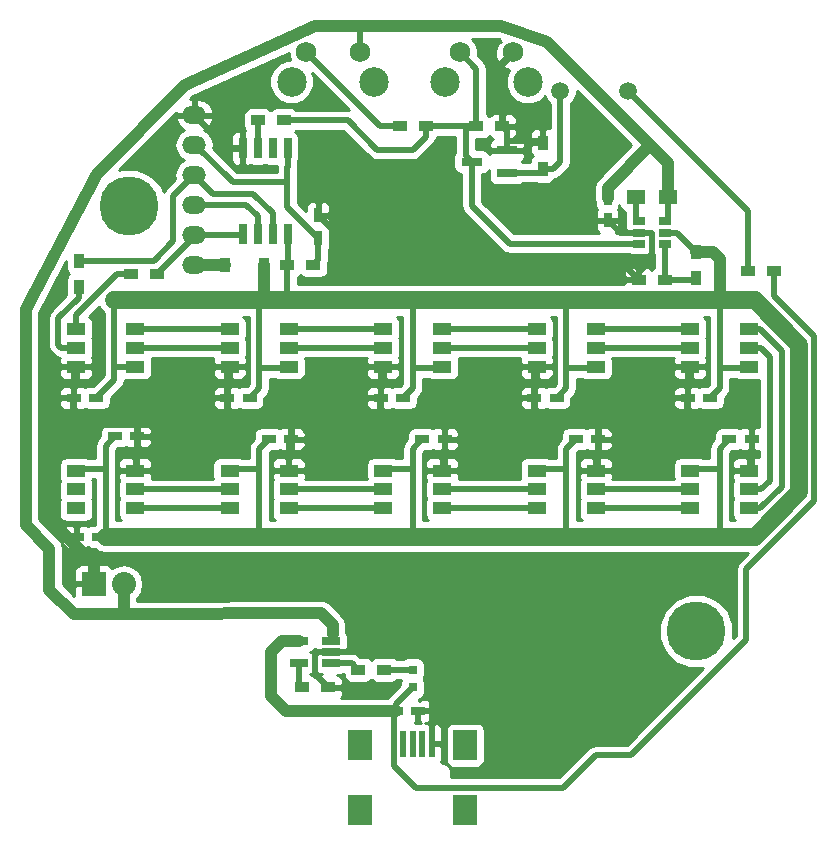
<source format=gtl>
G04 #@! TF.FileFunction,Copper,L1,Top,Signal*
%FSLAX46Y46*%
G04 Gerber Fmt 4.6, Leading zero omitted, Abs format (unit mm)*
G04 Created by KiCad (PCBNEW 4.0.2-stable) date 2016. 09. 14. 22:41:56*
%MOMM*%
G01*
G04 APERTURE LIST*
%ADD10C,0.100000*%
%ADD11R,0.750000X1.200000*%
%ADD12R,1.200000X0.750000*%
%ADD13R,0.910000X1.220000*%
%ADD14R,1.500000X1.300000*%
%ADD15R,2.032000X2.032000*%
%ADD16O,2.032000X2.032000*%
%ADD17R,0.500380X2.301240*%
%ADD18R,1.998980X2.499360*%
%ADD19O,2.000000X1.500000*%
%ADD20R,1.800860X0.800100*%
%ADD21R,1.200000X0.900000*%
%ADD22R,0.900000X1.200000*%
%ADD23C,2.500000*%
%ADD24C,1.750000*%
%ADD25R,1.560000X0.650000*%
%ADD26R,1.060000X0.650000*%
%ADD27R,0.650000X1.700000*%
%ADD28R,1.600000X1.000000*%
%ADD29C,5.000000*%
%ADD30R,0.797560X0.797560*%
%ADD31C,1.500000*%
%ADD32C,0.500000*%
%ADD33C,1.000000*%
%ADD34C,1.500000*%
%ADD35C,0.350000*%
%ADD36C,0.254000*%
G04 APERTURE END LIST*
D10*
D11*
X42000000Y-34700000D03*
X42000000Y-32800000D03*
X66500000Y-31300000D03*
X66500000Y-33200000D03*
D12*
X48550000Y-74750000D03*
X50450000Y-74750000D03*
X23450000Y-60000000D03*
X21550000Y-60000000D03*
X23200000Y-48250000D03*
X21300000Y-48250000D03*
X76800000Y-51750000D03*
X78700000Y-51750000D03*
X36200000Y-48250000D03*
X34300000Y-48250000D03*
X63800000Y-51750000D03*
X65700000Y-51750000D03*
X49200000Y-48250000D03*
X47300000Y-48250000D03*
X50800000Y-51750000D03*
X52700000Y-51750000D03*
X62200000Y-48250000D03*
X60300000Y-48250000D03*
X37800000Y-51750000D03*
X39700000Y-51750000D03*
X75200000Y-48250000D03*
X73300000Y-48250000D03*
X24800000Y-51500000D03*
X26700000Y-51500000D03*
D13*
X37385000Y-37000000D03*
X34115000Y-37000000D03*
D14*
X71600000Y-31250000D03*
X68900000Y-31250000D03*
D15*
X23000000Y-64000000D03*
D16*
X25540000Y-64000000D03*
D17*
X48399800Y-77550680D03*
X49199900Y-77550680D03*
X50000000Y-77550680D03*
X50800100Y-77550680D03*
X51600200Y-77550680D03*
D18*
X45549920Y-77649740D03*
X45549920Y-83148840D03*
X54450080Y-77649740D03*
X54450080Y-83148840D03*
D19*
X31500000Y-37000000D03*
X31500000Y-34460000D03*
X31500000Y-31920000D03*
X31500000Y-29380000D03*
X31500000Y-26840000D03*
X31500000Y-24300000D03*
D20*
X58001140Y-29200000D03*
X58001140Y-27300000D03*
X54998860Y-28250000D03*
D21*
X39400000Y-37000000D03*
X41600000Y-37000000D03*
X80600000Y-37500000D03*
X78400000Y-37500000D03*
D22*
X61000000Y-28850000D03*
X61000000Y-26650000D03*
D21*
X55400000Y-25250000D03*
X57600000Y-25250000D03*
X51100000Y-25250000D03*
X48900000Y-25250000D03*
X36900000Y-24750000D03*
X39100000Y-24750000D03*
D22*
X74000000Y-35900000D03*
X74000000Y-38100000D03*
D21*
X71350000Y-38250000D03*
X69150000Y-38250000D03*
X28350000Y-37750000D03*
X26150000Y-37750000D03*
D22*
X21750000Y-38850000D03*
X21750000Y-36650000D03*
D23*
X46760000Y-21490000D03*
D24*
X45500000Y-19000000D03*
X41000000Y-19000000D03*
D23*
X39750000Y-21490000D03*
X59760000Y-21490000D03*
D24*
X58500000Y-19000000D03*
X54000000Y-19000000D03*
D23*
X52750000Y-21490000D03*
D25*
X43100000Y-70700000D03*
X43100000Y-69750000D03*
X43100000Y-68800000D03*
X40400000Y-68800000D03*
X40400000Y-70700000D03*
D26*
X69150000Y-33300000D03*
X69150000Y-34250000D03*
X69150000Y-35200000D03*
X71350000Y-35200000D03*
X71350000Y-33300000D03*
X71350000Y-34250000D03*
D27*
X39405000Y-27100000D03*
X38135000Y-27100000D03*
X36865000Y-27100000D03*
X35595000Y-27100000D03*
X35595000Y-34400000D03*
X36865000Y-34400000D03*
X38135000Y-34400000D03*
X39405000Y-34400000D03*
D28*
X26500000Y-45600000D03*
X26500000Y-44000000D03*
X26500000Y-42400000D03*
X21500000Y-45600000D03*
X21500000Y-44000000D03*
X21500000Y-42400000D03*
X73500000Y-54400000D03*
X73500000Y-56000000D03*
X73500000Y-57600000D03*
X78500000Y-54400000D03*
X78500000Y-56000000D03*
X78500000Y-57600000D03*
X39500000Y-45600000D03*
X39500000Y-44000000D03*
X39500000Y-42400000D03*
X34500000Y-45600000D03*
X34500000Y-44000000D03*
X34500000Y-42400000D03*
X60500000Y-54400000D03*
X60500000Y-56000000D03*
X60500000Y-57600000D03*
X65500000Y-54400000D03*
X65500000Y-56000000D03*
X65500000Y-57600000D03*
X52500000Y-45600000D03*
X52500000Y-44000000D03*
X52500000Y-42400000D03*
X47500000Y-45600000D03*
X47500000Y-44000000D03*
X47500000Y-42400000D03*
X47500000Y-54400000D03*
X47500000Y-56000000D03*
X47500000Y-57600000D03*
X52500000Y-54400000D03*
X52500000Y-56000000D03*
X52500000Y-57600000D03*
X65500000Y-45600000D03*
X65500000Y-44000000D03*
X65500000Y-42400000D03*
X60500000Y-45600000D03*
X60500000Y-44000000D03*
X60500000Y-42400000D03*
X34500000Y-54400000D03*
X34500000Y-56000000D03*
X34500000Y-57600000D03*
X39500000Y-54400000D03*
X39500000Y-56000000D03*
X39500000Y-57600000D03*
X78500000Y-45600000D03*
X78500000Y-44000000D03*
X78500000Y-42400000D03*
X73500000Y-45600000D03*
X73500000Y-44000000D03*
X73500000Y-42400000D03*
X21500000Y-54400000D03*
X21500000Y-56000000D03*
X21500000Y-57600000D03*
X26500000Y-54400000D03*
X26500000Y-56000000D03*
X26500000Y-57600000D03*
D29*
X74000000Y-68000000D03*
X26000000Y-32000000D03*
D30*
X50000000Y-72749300D03*
X50000000Y-71250700D03*
D21*
X45400000Y-71250000D03*
X47600000Y-71250000D03*
X40650000Y-72750000D03*
X42850000Y-72750000D03*
D31*
X44500000Y-37000000D03*
X21250000Y-50000000D03*
X68250000Y-22250000D03*
X62500000Y-22250000D03*
D32*
X31500000Y-26840000D02*
X31590000Y-26840000D01*
X31590000Y-26840000D02*
X34750000Y-30000000D01*
X34750000Y-30000000D02*
X39400000Y-30000000D01*
X39400000Y-28700000D02*
X39400000Y-30000000D01*
X39405000Y-27100000D02*
X39405000Y-28700000D01*
X39400000Y-28700000D02*
X39405000Y-28700000D01*
X39400000Y-30000000D02*
X39400000Y-32100000D01*
X39400000Y-32100000D02*
X42000000Y-34700000D01*
X42000000Y-34700000D02*
X42000000Y-36600000D01*
X42000000Y-36600000D02*
X41600000Y-37000000D01*
X43100000Y-69750000D02*
X42000000Y-69750000D01*
X41750000Y-71650000D02*
X42850000Y-72750000D01*
X41750000Y-70000000D02*
X41750000Y-71650000D01*
X42000000Y-69750000D02*
X41750000Y-70000000D01*
D33*
X42750000Y-62000000D02*
X43000000Y-62000000D01*
X23000000Y-62000000D02*
X42750000Y-62000000D01*
X43000000Y-62000000D02*
X50750000Y-69750000D01*
D32*
X50450000Y-74750000D02*
X51600200Y-74750000D01*
X51600200Y-74750000D02*
X51500000Y-74750000D01*
X51500000Y-74750000D02*
X51600200Y-74750000D01*
X43100000Y-69750000D02*
X50750000Y-69750000D01*
X51600200Y-70600200D02*
X51600200Y-74750000D01*
X50750000Y-69750000D02*
X51600200Y-70600200D01*
X51600200Y-74750000D02*
X51600200Y-77550680D01*
D33*
X23000000Y-62000000D02*
X23000000Y-64000000D01*
D32*
X57600000Y-25250000D02*
X57600000Y-19900000D01*
X57600000Y-19900000D02*
X58500000Y-19000000D01*
X69150000Y-34250000D02*
X70250000Y-34250000D01*
X69150000Y-37600000D02*
X69150000Y-38250000D01*
X70250000Y-36500000D02*
X69150000Y-37600000D01*
X70250000Y-34250000D02*
X70250000Y-36500000D01*
X39700000Y-51750000D02*
X39700000Y-50000000D01*
X39750000Y-50250000D02*
X39750000Y-50000000D01*
X39700000Y-50200000D02*
X39750000Y-50250000D01*
X39700000Y-50000000D02*
X39700000Y-50200000D01*
X39500000Y-54400000D02*
X39500000Y-51950000D01*
X39500000Y-51950000D02*
X39700000Y-51750000D01*
X42000000Y-32800000D02*
X44500000Y-35300000D01*
X44500000Y-35300000D02*
X44500000Y-37000000D01*
X44500000Y-37000000D02*
X44850000Y-36650000D01*
X67550000Y-36650000D02*
X69150000Y-38250000D01*
X44850000Y-36650000D02*
X67550000Y-36650000D01*
X61000000Y-26650000D02*
X60850000Y-26500000D01*
X60850000Y-26500000D02*
X58001140Y-26500000D01*
X57600000Y-25250000D02*
X58001140Y-25651140D01*
X58001140Y-25651140D02*
X58001140Y-26500000D01*
X58001140Y-26500000D02*
X58001140Y-27300000D01*
X21550000Y-60000000D02*
X21550000Y-60200000D01*
X21550000Y-60200000D02*
X21250000Y-60500000D01*
X69150000Y-34250000D02*
X67550000Y-34250000D01*
X67550000Y-34250000D02*
X66500000Y-33200000D01*
D33*
X21250000Y-50000000D02*
X19250000Y-52000000D01*
X23000000Y-62250000D02*
X23000000Y-62000000D01*
X19250000Y-58500000D02*
X21250000Y-60500000D01*
X21250000Y-60500000D02*
X23000000Y-62250000D01*
X19250000Y-52000000D02*
X19250000Y-58500000D01*
D32*
X31500000Y-24300000D02*
X34300000Y-27100000D01*
X34300000Y-27100000D02*
X35595000Y-27100000D01*
X26500000Y-54400000D02*
X26700000Y-54200000D01*
X26700000Y-54200000D02*
X26700000Y-50000000D01*
X26700000Y-50000000D02*
X26750000Y-50000000D01*
X39500000Y-54400000D02*
X39700000Y-54200000D01*
X52500000Y-54400000D02*
X52700000Y-54200000D01*
X52700000Y-54200000D02*
X52700000Y-51750000D01*
X52700000Y-51750000D02*
X52700000Y-50000000D01*
X52700000Y-50000000D02*
X52750000Y-50000000D01*
X65500000Y-54400000D02*
X65700000Y-54200000D01*
X65700000Y-54200000D02*
X65700000Y-51750000D01*
X65700000Y-51750000D02*
X65700000Y-50000000D01*
X65700000Y-50000000D02*
X65700000Y-50200000D01*
X65700000Y-50200000D02*
X65750000Y-50250000D01*
X65750000Y-50250000D02*
X65750000Y-50000000D01*
X78700000Y-51750000D02*
X78750000Y-51700000D01*
X78750000Y-51700000D02*
X78750000Y-50000000D01*
X78500000Y-54400000D02*
X78700000Y-54200000D01*
X78700000Y-54200000D02*
X78700000Y-51750000D01*
X73300000Y-48250000D02*
X73250000Y-48300000D01*
X73250000Y-48300000D02*
X73250000Y-50000000D01*
X73500000Y-45600000D02*
X73300000Y-45800000D01*
X73300000Y-45800000D02*
X73300000Y-48250000D01*
X60300000Y-48250000D02*
X60250000Y-48300000D01*
X60250000Y-48300000D02*
X60250000Y-50000000D01*
X60500000Y-45600000D02*
X60300000Y-45800000D01*
X60300000Y-45800000D02*
X60300000Y-48250000D01*
X47300000Y-48250000D02*
X47250000Y-48300000D01*
X47250000Y-48300000D02*
X47250000Y-50000000D01*
X47500000Y-45600000D02*
X47300000Y-45800000D01*
X47300000Y-45800000D02*
X47300000Y-48250000D01*
X34300000Y-48250000D02*
X34250000Y-48300000D01*
X34250000Y-48300000D02*
X34250000Y-50000000D01*
X34500000Y-45600000D02*
X34300000Y-45800000D01*
X34300000Y-45800000D02*
X34300000Y-48250000D01*
D34*
X78750000Y-50000000D02*
X73250000Y-50000000D01*
X73250000Y-50000000D02*
X65750000Y-50000000D01*
X65750000Y-50000000D02*
X60250000Y-50000000D01*
X60250000Y-50000000D02*
X52750000Y-50000000D01*
X52750000Y-50000000D02*
X47250000Y-50000000D01*
X47250000Y-50000000D02*
X39750000Y-50000000D01*
X39750000Y-50000000D02*
X34250000Y-50000000D01*
X34250000Y-50000000D02*
X26750000Y-50000000D01*
X26750000Y-50000000D02*
X21250000Y-50000000D01*
D32*
X21250000Y-50000000D02*
X21250000Y-48300000D01*
X21300000Y-48250000D02*
X21250000Y-48300000D01*
X21500000Y-45600000D02*
X21300000Y-45800000D01*
X21300000Y-45800000D02*
X21300000Y-48250000D01*
X43100000Y-68800000D02*
X43250000Y-68650000D01*
X43250000Y-68650000D02*
X43250000Y-68250000D01*
D33*
X42249403Y-66500001D02*
X43250000Y-67500598D01*
X43250000Y-67500598D02*
X43250000Y-68250000D01*
X25500000Y-66540000D02*
X42249403Y-66500001D01*
X42249403Y-66500001D02*
X42250000Y-66500000D01*
X57500000Y-16750000D02*
X61375000Y-18125000D01*
X70125000Y-26875000D02*
X61375000Y-18125000D01*
X57500000Y-16750000D02*
X45500000Y-16750000D01*
X41750000Y-16750000D02*
X30750000Y-21750000D01*
X23250000Y-29250000D02*
X17250000Y-40750000D01*
X23000000Y-66540000D02*
X25500000Y-66540000D01*
X21290000Y-66540000D02*
X19250000Y-64500000D01*
X19250000Y-64500000D02*
X19250000Y-61000000D01*
X19250000Y-61000000D02*
X17250000Y-59000000D01*
X17250000Y-59000000D02*
X17250000Y-40750000D01*
X23250000Y-29250000D02*
X30750000Y-21750000D01*
X21290000Y-66540000D02*
X23000000Y-66540000D01*
X45500000Y-16750000D02*
X41750000Y-16750000D01*
X25540000Y-64000000D02*
X25540000Y-66540000D01*
X25540000Y-66540000D02*
X25500000Y-66500000D01*
X25500000Y-66500000D02*
X25500000Y-66250000D01*
X25500000Y-66250000D02*
X25500000Y-66540000D01*
D32*
X45500000Y-19000000D02*
X45500000Y-16750000D01*
D33*
X66500000Y-31300000D02*
X66500000Y-30500000D01*
X66500000Y-30500000D02*
X70125000Y-26875000D01*
X71600000Y-28350000D02*
X71600000Y-31250000D01*
X70125000Y-26875000D02*
X71600000Y-28350000D01*
D32*
X71600000Y-31250000D02*
X71600000Y-33050000D01*
X71600000Y-33050000D02*
X71350000Y-33300000D01*
X48550000Y-74750000D02*
X48550000Y-74199300D01*
X48550000Y-74199300D02*
X50000000Y-72749300D01*
D33*
X48550000Y-74750000D02*
X39250000Y-74750000D01*
X39250000Y-74750000D02*
X38000000Y-73500000D01*
X38000000Y-73500000D02*
X38000000Y-69750000D01*
X38000000Y-69750000D02*
X38950000Y-68800000D01*
X38950000Y-68800000D02*
X40400000Y-68800000D01*
D32*
X78250000Y-62750000D02*
X78250000Y-68750000D01*
X50250000Y-81250000D02*
X48399800Y-79399800D01*
X48399800Y-77550680D02*
X48399800Y-79399800D01*
X80600000Y-39600000D02*
X80600000Y-37500000D01*
X84000000Y-43000000D02*
X80600000Y-39600000D01*
X84000000Y-57000000D02*
X84000000Y-43000000D01*
X84000000Y-57000000D02*
X78250000Y-62750000D01*
X62750000Y-81250000D02*
X50250000Y-81250000D01*
X65500000Y-78500000D02*
X62750000Y-81250000D01*
X68500000Y-78500000D02*
X65500000Y-78500000D01*
X78250000Y-68750000D02*
X68500000Y-78500000D01*
X48550000Y-74750000D02*
X48550000Y-74450000D01*
X48399800Y-77550680D02*
X48399800Y-74900200D01*
X48399800Y-74900200D02*
X48550000Y-74750000D01*
X39400000Y-37000000D02*
X39400000Y-39900000D01*
X39400000Y-39900000D02*
X39500000Y-40000000D01*
X39405000Y-34400000D02*
X39405000Y-36995000D01*
X39405000Y-36995000D02*
X39400000Y-37000000D01*
D33*
X74000000Y-35900000D02*
X75400000Y-35900000D01*
X76000000Y-36500000D02*
X76000000Y-40000000D01*
X75400000Y-35900000D02*
X76000000Y-36500000D01*
D32*
X23450000Y-60000000D02*
X24000000Y-60000000D01*
X71350000Y-34250000D02*
X72350000Y-34250000D01*
X72350000Y-34250000D02*
X74000000Y-35900000D01*
X26500000Y-45600000D02*
X24750000Y-45600000D01*
X24750000Y-45600000D02*
X24750000Y-45750000D01*
X24750000Y-40000000D02*
X24750000Y-45750000D01*
D34*
X37000000Y-40000000D02*
X24750000Y-40000000D01*
D32*
X24750000Y-45750000D02*
X24750000Y-46700000D01*
X24750000Y-46700000D02*
X23200000Y-48250000D01*
D33*
X37385000Y-37000000D02*
X37385000Y-39615000D01*
X37385000Y-39615000D02*
X37000000Y-40000000D01*
D32*
X21500000Y-54400000D02*
X21650000Y-54250000D01*
X21650000Y-54250000D02*
X24000000Y-54250000D01*
X34500000Y-54400000D02*
X34650000Y-54250000D01*
X34650000Y-54250000D02*
X37000000Y-54250000D01*
X47500000Y-54400000D02*
X47650000Y-54250000D01*
X47650000Y-54250000D02*
X50000000Y-54250000D01*
X60500000Y-54400000D02*
X60650000Y-54250000D01*
X60650000Y-54250000D02*
X63000000Y-54250000D01*
X73500000Y-54400000D02*
X73650000Y-54250000D01*
X73650000Y-54250000D02*
X76000000Y-54250000D01*
X78500000Y-45600000D02*
X78350000Y-45750000D01*
X78350000Y-45750000D02*
X76000000Y-45750000D01*
X65500000Y-45600000D02*
X65350000Y-45750000D01*
X65350000Y-45750000D02*
X63000000Y-45750000D01*
X52500000Y-45600000D02*
X52350000Y-45750000D01*
X52350000Y-45750000D02*
X50000000Y-45750000D01*
X39500000Y-45600000D02*
X39350000Y-45750000D01*
X39350000Y-45750000D02*
X37000000Y-45750000D01*
X76800000Y-51750000D02*
X76000000Y-52550000D01*
X76000000Y-52550000D02*
X76000000Y-54250000D01*
X76000000Y-54250000D02*
X76000000Y-60000000D01*
X63800000Y-51750000D02*
X63000000Y-52550000D01*
X63000000Y-52550000D02*
X63000000Y-54250000D01*
X63000000Y-54250000D02*
X63000000Y-60000000D01*
X50800000Y-51750000D02*
X50000000Y-52550000D01*
X50000000Y-52550000D02*
X50000000Y-54250000D01*
X50000000Y-54250000D02*
X50000000Y-60000000D01*
X37800000Y-51750000D02*
X37000000Y-52550000D01*
X37000000Y-52550000D02*
X37000000Y-54250000D01*
X37000000Y-54250000D02*
X37000000Y-60000000D01*
X24000000Y-60000000D02*
X24000000Y-54250000D01*
X24000000Y-54250000D02*
X24000000Y-52300000D01*
D34*
X76000000Y-40000000D02*
X79000000Y-40000000D01*
X82750000Y-43750000D02*
X79000000Y-40000000D01*
X82750000Y-43750000D02*
X82750000Y-56250000D01*
X82750000Y-56250000D02*
X79000000Y-60000000D01*
X76000000Y-60000000D02*
X79000000Y-60000000D01*
X24000000Y-60000000D02*
X37000000Y-60000000D01*
X37000000Y-60000000D02*
X50000000Y-60000000D01*
X50000000Y-60000000D02*
X63000000Y-60000000D01*
X63000000Y-60000000D02*
X76000000Y-60000000D01*
D32*
X24000000Y-52300000D02*
X24800000Y-51500000D01*
X75200000Y-48250000D02*
X76000000Y-47450000D01*
X76000000Y-47450000D02*
X76000000Y-45750000D01*
X76000000Y-45750000D02*
X76000000Y-40000000D01*
X62200000Y-48250000D02*
X63000000Y-47450000D01*
X63000000Y-47450000D02*
X63000000Y-45750000D01*
X63000000Y-45750000D02*
X63000000Y-40000000D01*
X49200000Y-48250000D02*
X50000000Y-47450000D01*
X50000000Y-47450000D02*
X50000000Y-45750000D01*
X50000000Y-45750000D02*
X50000000Y-40000000D01*
X36200000Y-48250000D02*
X37000000Y-47450000D01*
X37000000Y-47450000D02*
X37000000Y-45750000D01*
X37000000Y-45750000D02*
X37000000Y-40000000D01*
D34*
X76000000Y-40000000D02*
X63000000Y-40000000D01*
X63000000Y-40000000D02*
X56750000Y-40000000D01*
X56750000Y-40000000D02*
X50000000Y-40000000D01*
X50000000Y-40000000D02*
X45750000Y-40000000D01*
X44100000Y-40000000D02*
X39500000Y-40000000D01*
X45750000Y-40000000D02*
X44100000Y-40000000D01*
X39500000Y-40000000D02*
X37000000Y-40000000D01*
D32*
X26500000Y-45600000D02*
X26350000Y-45750000D01*
D33*
X31500000Y-37000000D02*
X33365000Y-37000000D01*
X33365000Y-37000000D02*
X34115000Y-37000000D01*
D32*
X68900000Y-31250000D02*
X68900000Y-33050000D01*
X68900000Y-33050000D02*
X69150000Y-33300000D01*
X31500000Y-34460000D02*
X31500000Y-34600000D01*
X31500000Y-34600000D02*
X28350000Y-37750000D01*
X31500000Y-34460000D02*
X35535000Y-34460000D01*
D35*
X35535000Y-34460000D02*
X35595000Y-34400000D01*
D32*
X31290000Y-34250000D02*
X31500000Y-34460000D01*
X31500000Y-34460000D02*
X31500000Y-34250000D01*
X31500000Y-31920000D02*
X35920000Y-31920000D01*
X35920000Y-31920000D02*
X36865000Y-32865000D01*
X36865000Y-32865000D02*
X36865000Y-34400000D01*
X31500000Y-31920000D02*
X31580000Y-31920000D01*
X21750000Y-36650000D02*
X28100000Y-36650000D01*
X29750000Y-31130000D02*
X31500000Y-29380000D01*
X29750000Y-35000000D02*
X29750000Y-31130000D01*
X28100000Y-36650000D02*
X29750000Y-35000000D01*
X31500000Y-29380000D02*
X33120000Y-31000000D01*
X38135000Y-32635000D02*
X38135000Y-34400000D01*
X36500000Y-31000000D02*
X38135000Y-32635000D01*
X33120000Y-31000000D02*
X36500000Y-31000000D01*
X31380000Y-29500000D02*
X31500000Y-29380000D01*
X61000000Y-28850000D02*
X61900000Y-28850000D01*
X78400000Y-32400000D02*
X78400000Y-37500000D01*
X68250000Y-22250000D02*
X78400000Y-32400000D01*
X62500000Y-28250000D02*
X62500000Y-22250000D01*
X61900000Y-28850000D02*
X62500000Y-28250000D01*
X58001140Y-29200000D02*
X60650000Y-29200000D01*
X60650000Y-29200000D02*
X61000000Y-28850000D01*
X55400000Y-25250000D02*
X55400000Y-20400000D01*
X55400000Y-20400000D02*
X54000000Y-19000000D01*
X54998860Y-28250000D02*
X54998860Y-31998860D01*
X58200000Y-35200000D02*
X69150000Y-35200000D01*
X54998860Y-31998860D02*
X58200000Y-35200000D01*
X39100000Y-24750000D02*
X44500000Y-24750000D01*
X51100000Y-26150000D02*
X51100000Y-25250000D01*
X50000000Y-27250000D02*
X51100000Y-26150000D01*
X47000000Y-27250000D02*
X50000000Y-27250000D01*
X44500000Y-24750000D02*
X47000000Y-27250000D01*
X54250000Y-25250000D02*
X51100000Y-25250000D01*
X55400000Y-25250000D02*
X54500000Y-25250000D01*
X54500000Y-25250000D02*
X54250000Y-25250000D01*
X54250000Y-25250000D02*
X54500000Y-25250000D01*
X54500000Y-25250000D02*
X54500000Y-27751140D01*
X54500000Y-27751140D02*
X54998860Y-28250000D01*
X48900000Y-25250000D02*
X47250000Y-25250000D01*
X47250000Y-25250000D02*
X41000000Y-19000000D01*
X36865000Y-27100000D02*
X36865000Y-24785000D01*
X36865000Y-24785000D02*
X36900000Y-24750000D01*
X71350000Y-38250000D02*
X73850000Y-38250000D01*
X73850000Y-38250000D02*
X74000000Y-38100000D01*
X71350000Y-35200000D02*
X71350000Y-38250000D01*
X26150000Y-37750000D02*
X25000000Y-37750000D01*
X21500000Y-41250000D02*
X21500000Y-42400000D01*
X25000000Y-37750000D02*
X21500000Y-41250000D01*
X21750000Y-38850000D02*
X21750000Y-39750000D01*
X20250000Y-44000000D02*
X21500000Y-44000000D01*
X20000000Y-43750000D02*
X20250000Y-44000000D01*
X20000000Y-41500000D02*
X20000000Y-43750000D01*
X21750000Y-39750000D02*
X20000000Y-41500000D01*
X26500000Y-44000000D02*
X34500000Y-44000000D01*
X26500000Y-42400000D02*
X34500000Y-42400000D01*
X65500000Y-56000000D02*
X73500000Y-56000000D01*
X73500000Y-57600000D02*
X65500000Y-57600000D01*
X78500000Y-44000000D02*
X79500000Y-44000000D01*
X79500000Y-56000000D02*
X78500000Y-56000000D01*
X80250000Y-55250000D02*
X79500000Y-56000000D01*
X80250000Y-44750000D02*
X80250000Y-55250000D01*
X79500000Y-44000000D02*
X80250000Y-44750000D01*
X78500000Y-42400000D02*
X79400000Y-42400000D01*
X79400000Y-57600000D02*
X78500000Y-57600000D01*
X81250000Y-55750000D02*
X79400000Y-57600000D01*
X81250000Y-44250000D02*
X81250000Y-55750000D01*
X79400000Y-42400000D02*
X81250000Y-44250000D01*
X39500000Y-44000000D02*
X47500000Y-44000000D01*
X39500000Y-42400000D02*
X47500000Y-42400000D01*
X52500000Y-56000000D02*
X60500000Y-56000000D01*
X60500000Y-57600000D02*
X52500000Y-57600000D01*
X52500000Y-44000000D02*
X60500000Y-44000000D01*
X52500000Y-42400000D02*
X60500000Y-42400000D01*
X39500000Y-56000000D02*
X47500000Y-56000000D01*
X47500000Y-57600000D02*
X39500000Y-57600000D01*
X65500000Y-44000000D02*
X73500000Y-44000000D01*
X65500000Y-42400000D02*
X73500000Y-42400000D01*
X26500000Y-56000000D02*
X34500000Y-56000000D01*
X34500000Y-57600000D02*
X26500000Y-57600000D01*
X47600000Y-71250000D02*
X49999300Y-71250000D01*
X49999300Y-71250000D02*
X50000000Y-71250700D01*
X43100000Y-70700000D02*
X44850000Y-70700000D01*
X44850000Y-70700000D02*
X45400000Y-71250000D01*
X40400000Y-70700000D02*
X40400000Y-72500000D01*
X40400000Y-72500000D02*
X40650000Y-72750000D01*
D36*
G36*
X20652560Y-37250000D02*
X20696838Y-37485317D01*
X20835910Y-37701441D01*
X20905711Y-37749134D01*
X20848559Y-37785910D01*
X20703569Y-37998110D01*
X20652560Y-38250000D01*
X20652560Y-39450000D01*
X20675659Y-39572762D01*
X19374210Y-40874210D01*
X19182367Y-41161325D01*
X19182367Y-41161326D01*
X19114999Y-41500000D01*
X19115000Y-41500005D01*
X19115000Y-43749995D01*
X19114999Y-43750000D01*
X19151275Y-43932367D01*
X19182367Y-44088675D01*
X19310216Y-44280016D01*
X19374210Y-44375790D01*
X19624208Y-44625787D01*
X19624210Y-44625790D01*
X19911325Y-44817633D01*
X20113023Y-44857753D01*
X20065000Y-44973690D01*
X20065000Y-45314250D01*
X20223750Y-45473000D01*
X21373000Y-45473000D01*
X21373000Y-45453000D01*
X21627000Y-45453000D01*
X21627000Y-45473000D01*
X22776250Y-45473000D01*
X22935000Y-45314250D01*
X22935000Y-44973690D01*
X22863245Y-44800459D01*
X22896431Y-44751890D01*
X22947440Y-44500000D01*
X22947440Y-43500000D01*
X22903162Y-43264683D01*
X22862519Y-43201522D01*
X22896431Y-43151890D01*
X22947440Y-42900000D01*
X22947440Y-41900000D01*
X22903162Y-41664683D01*
X22764090Y-41448559D01*
X22638698Y-41362882D01*
X23470882Y-40530698D01*
X23770657Y-40979343D01*
X23865000Y-41042381D01*
X23865000Y-46333421D01*
X22970860Y-47227560D01*
X22600000Y-47227560D01*
X22364683Y-47271838D01*
X22261354Y-47338329D01*
X22259698Y-47336673D01*
X22026309Y-47240000D01*
X21585750Y-47240000D01*
X21427000Y-47398750D01*
X21427000Y-48123000D01*
X21447000Y-48123000D01*
X21447000Y-48377000D01*
X21427000Y-48377000D01*
X21427000Y-49101250D01*
X21585750Y-49260000D01*
X22026309Y-49260000D01*
X22259698Y-49163327D01*
X22261068Y-49161957D01*
X22348110Y-49221431D01*
X22600000Y-49272440D01*
X23800000Y-49272440D01*
X24035317Y-49228162D01*
X24251441Y-49089090D01*
X24396431Y-48876890D01*
X24447440Y-48625000D01*
X24447440Y-48535750D01*
X33065000Y-48535750D01*
X33065000Y-48751310D01*
X33161673Y-48984699D01*
X33340302Y-49163327D01*
X33573691Y-49260000D01*
X34014250Y-49260000D01*
X34173000Y-49101250D01*
X34173000Y-48377000D01*
X33223750Y-48377000D01*
X33065000Y-48535750D01*
X24447440Y-48535750D01*
X24447440Y-48254140D01*
X24952889Y-47748690D01*
X33065000Y-47748690D01*
X33065000Y-47964250D01*
X33223750Y-48123000D01*
X34173000Y-48123000D01*
X34173000Y-47398750D01*
X34014250Y-47240000D01*
X33573691Y-47240000D01*
X33340302Y-47336673D01*
X33161673Y-47515301D01*
X33065000Y-47748690D01*
X24952889Y-47748690D01*
X25375787Y-47325792D01*
X25375790Y-47325790D01*
X25567633Y-47038675D01*
X25578810Y-46982484D01*
X25628447Y-46732950D01*
X25700000Y-46747440D01*
X27300000Y-46747440D01*
X27535317Y-46703162D01*
X27751441Y-46564090D01*
X27896431Y-46351890D01*
X27947440Y-46100000D01*
X27947440Y-45885750D01*
X33065000Y-45885750D01*
X33065000Y-46226310D01*
X33161673Y-46459699D01*
X33340302Y-46638327D01*
X33573691Y-46735000D01*
X34214250Y-46735000D01*
X34373000Y-46576250D01*
X34373000Y-45727000D01*
X34627000Y-45727000D01*
X34627000Y-46576250D01*
X34785750Y-46735000D01*
X35426309Y-46735000D01*
X35659698Y-46638327D01*
X35838327Y-46459699D01*
X35935000Y-46226310D01*
X35935000Y-45885750D01*
X35776250Y-45727000D01*
X34627000Y-45727000D01*
X34373000Y-45727000D01*
X33223750Y-45727000D01*
X33065000Y-45885750D01*
X27947440Y-45885750D01*
X27947440Y-45100000D01*
X27906985Y-44885000D01*
X33101737Y-44885000D01*
X33065000Y-44973690D01*
X33065000Y-45314250D01*
X33223750Y-45473000D01*
X34373000Y-45473000D01*
X34373000Y-45453000D01*
X34627000Y-45453000D01*
X34627000Y-45473000D01*
X35776250Y-45473000D01*
X35935000Y-45314250D01*
X35935000Y-44973690D01*
X35863245Y-44800459D01*
X35896431Y-44751890D01*
X35947440Y-44500000D01*
X35947440Y-43500000D01*
X35903162Y-43264683D01*
X35862519Y-43201522D01*
X35896431Y-43151890D01*
X35947440Y-42900000D01*
X35947440Y-41900000D01*
X35903162Y-41664683D01*
X35764090Y-41448559D01*
X35671068Y-41385000D01*
X36115000Y-41385000D01*
X36115000Y-47083421D01*
X35970860Y-47227560D01*
X35600000Y-47227560D01*
X35364683Y-47271838D01*
X35261354Y-47338329D01*
X35259698Y-47336673D01*
X35026309Y-47240000D01*
X34585750Y-47240000D01*
X34427000Y-47398750D01*
X34427000Y-48123000D01*
X34447000Y-48123000D01*
X34447000Y-48377000D01*
X34427000Y-48377000D01*
X34427000Y-49101250D01*
X34585750Y-49260000D01*
X35026309Y-49260000D01*
X35259698Y-49163327D01*
X35261068Y-49161957D01*
X35348110Y-49221431D01*
X35600000Y-49272440D01*
X36800000Y-49272440D01*
X37035317Y-49228162D01*
X37251441Y-49089090D01*
X37396431Y-48876890D01*
X37447440Y-48625000D01*
X37447440Y-48535750D01*
X46065000Y-48535750D01*
X46065000Y-48751310D01*
X46161673Y-48984699D01*
X46340302Y-49163327D01*
X46573691Y-49260000D01*
X47014250Y-49260000D01*
X47173000Y-49101250D01*
X47173000Y-48377000D01*
X46223750Y-48377000D01*
X46065000Y-48535750D01*
X37447440Y-48535750D01*
X37447440Y-48254139D01*
X37625787Y-48075792D01*
X37625790Y-48075790D01*
X37817633Y-47788675D01*
X37825586Y-47748690D01*
X46065000Y-47748690D01*
X46065000Y-47964250D01*
X46223750Y-48123000D01*
X47173000Y-48123000D01*
X47173000Y-47398750D01*
X47014250Y-47240000D01*
X46573691Y-47240000D01*
X46340302Y-47336673D01*
X46161673Y-47515301D01*
X46065000Y-47748690D01*
X37825586Y-47748690D01*
X37847270Y-47639683D01*
X37885001Y-47450000D01*
X37885000Y-47449995D01*
X37885000Y-46635000D01*
X38358203Y-46635000D01*
X38448110Y-46696431D01*
X38700000Y-46747440D01*
X40300000Y-46747440D01*
X40535317Y-46703162D01*
X40751441Y-46564090D01*
X40896431Y-46351890D01*
X40947440Y-46100000D01*
X40947440Y-45885750D01*
X46065000Y-45885750D01*
X46065000Y-46226310D01*
X46161673Y-46459699D01*
X46340302Y-46638327D01*
X46573691Y-46735000D01*
X47214250Y-46735000D01*
X47373000Y-46576250D01*
X47373000Y-45727000D01*
X47627000Y-45727000D01*
X47627000Y-46576250D01*
X47785750Y-46735000D01*
X48426309Y-46735000D01*
X48659698Y-46638327D01*
X48838327Y-46459699D01*
X48935000Y-46226310D01*
X48935000Y-45885750D01*
X48776250Y-45727000D01*
X47627000Y-45727000D01*
X47373000Y-45727000D01*
X46223750Y-45727000D01*
X46065000Y-45885750D01*
X40947440Y-45885750D01*
X40947440Y-45100000D01*
X40906985Y-44885000D01*
X46101737Y-44885000D01*
X46065000Y-44973690D01*
X46065000Y-45314250D01*
X46223750Y-45473000D01*
X47373000Y-45473000D01*
X47373000Y-45453000D01*
X47627000Y-45453000D01*
X47627000Y-45473000D01*
X48776250Y-45473000D01*
X48935000Y-45314250D01*
X48935000Y-44973690D01*
X48863245Y-44800459D01*
X48896431Y-44751890D01*
X48947440Y-44500000D01*
X48947440Y-43500000D01*
X48903162Y-43264683D01*
X48862519Y-43201522D01*
X48896431Y-43151890D01*
X48947440Y-42900000D01*
X48947440Y-41900000D01*
X48903162Y-41664683D01*
X48764090Y-41448559D01*
X48671068Y-41385000D01*
X49115000Y-41385000D01*
X49115000Y-47083421D01*
X48970860Y-47227560D01*
X48600000Y-47227560D01*
X48364683Y-47271838D01*
X48261354Y-47338329D01*
X48259698Y-47336673D01*
X48026309Y-47240000D01*
X47585750Y-47240000D01*
X47427000Y-47398750D01*
X47427000Y-48123000D01*
X47447000Y-48123000D01*
X47447000Y-48377000D01*
X47427000Y-48377000D01*
X47427000Y-49101250D01*
X47585750Y-49260000D01*
X48026309Y-49260000D01*
X48259698Y-49163327D01*
X48261068Y-49161957D01*
X48348110Y-49221431D01*
X48600000Y-49272440D01*
X49800000Y-49272440D01*
X50035317Y-49228162D01*
X50251441Y-49089090D01*
X50396431Y-48876890D01*
X50447440Y-48625000D01*
X50447440Y-48535750D01*
X59065000Y-48535750D01*
X59065000Y-48751310D01*
X59161673Y-48984699D01*
X59340302Y-49163327D01*
X59573691Y-49260000D01*
X60014250Y-49260000D01*
X60173000Y-49101250D01*
X60173000Y-48377000D01*
X59223750Y-48377000D01*
X59065000Y-48535750D01*
X50447440Y-48535750D01*
X50447440Y-48254139D01*
X50625787Y-48075792D01*
X50625790Y-48075790D01*
X50817633Y-47788675D01*
X50825586Y-47748690D01*
X59065000Y-47748690D01*
X59065000Y-47964250D01*
X59223750Y-48123000D01*
X60173000Y-48123000D01*
X60173000Y-47398750D01*
X60014250Y-47240000D01*
X59573691Y-47240000D01*
X59340302Y-47336673D01*
X59161673Y-47515301D01*
X59065000Y-47748690D01*
X50825586Y-47748690D01*
X50847270Y-47639683D01*
X50885001Y-47450000D01*
X50885000Y-47449995D01*
X50885000Y-46635000D01*
X51358203Y-46635000D01*
X51448110Y-46696431D01*
X51700000Y-46747440D01*
X53300000Y-46747440D01*
X53535317Y-46703162D01*
X53751441Y-46564090D01*
X53896431Y-46351890D01*
X53947440Y-46100000D01*
X53947440Y-45885750D01*
X59065000Y-45885750D01*
X59065000Y-46226310D01*
X59161673Y-46459699D01*
X59340302Y-46638327D01*
X59573691Y-46735000D01*
X60214250Y-46735000D01*
X60373000Y-46576250D01*
X60373000Y-45727000D01*
X60627000Y-45727000D01*
X60627000Y-46576250D01*
X60785750Y-46735000D01*
X61426309Y-46735000D01*
X61659698Y-46638327D01*
X61838327Y-46459699D01*
X61935000Y-46226310D01*
X61935000Y-45885750D01*
X61776250Y-45727000D01*
X60627000Y-45727000D01*
X60373000Y-45727000D01*
X59223750Y-45727000D01*
X59065000Y-45885750D01*
X53947440Y-45885750D01*
X53947440Y-45100000D01*
X53906985Y-44885000D01*
X59101737Y-44885000D01*
X59065000Y-44973690D01*
X59065000Y-45314250D01*
X59223750Y-45473000D01*
X60373000Y-45473000D01*
X60373000Y-45453000D01*
X60627000Y-45453000D01*
X60627000Y-45473000D01*
X61776250Y-45473000D01*
X61935000Y-45314250D01*
X61935000Y-44973690D01*
X61863245Y-44800459D01*
X61896431Y-44751890D01*
X61947440Y-44500000D01*
X61947440Y-43500000D01*
X61903162Y-43264683D01*
X61862519Y-43201522D01*
X61896431Y-43151890D01*
X61947440Y-42900000D01*
X61947440Y-41900000D01*
X61903162Y-41664683D01*
X61764090Y-41448559D01*
X61671068Y-41385000D01*
X62115000Y-41385000D01*
X62115000Y-47083421D01*
X61970860Y-47227560D01*
X61600000Y-47227560D01*
X61364683Y-47271838D01*
X61261354Y-47338329D01*
X61259698Y-47336673D01*
X61026309Y-47240000D01*
X60585750Y-47240000D01*
X60427000Y-47398750D01*
X60427000Y-48123000D01*
X60447000Y-48123000D01*
X60447000Y-48377000D01*
X60427000Y-48377000D01*
X60427000Y-49101250D01*
X60585750Y-49260000D01*
X61026309Y-49260000D01*
X61259698Y-49163327D01*
X61261068Y-49161957D01*
X61348110Y-49221431D01*
X61600000Y-49272440D01*
X62800000Y-49272440D01*
X63035317Y-49228162D01*
X63251441Y-49089090D01*
X63396431Y-48876890D01*
X63447440Y-48625000D01*
X63447440Y-48535750D01*
X72065000Y-48535750D01*
X72065000Y-48751310D01*
X72161673Y-48984699D01*
X72340302Y-49163327D01*
X72573691Y-49260000D01*
X73014250Y-49260000D01*
X73173000Y-49101250D01*
X73173000Y-48377000D01*
X72223750Y-48377000D01*
X72065000Y-48535750D01*
X63447440Y-48535750D01*
X63447440Y-48254139D01*
X63625787Y-48075792D01*
X63625790Y-48075790D01*
X63817633Y-47788675D01*
X63825586Y-47748690D01*
X72065000Y-47748690D01*
X72065000Y-47964250D01*
X72223750Y-48123000D01*
X73173000Y-48123000D01*
X73173000Y-47398750D01*
X73014250Y-47240000D01*
X72573691Y-47240000D01*
X72340302Y-47336673D01*
X72161673Y-47515301D01*
X72065000Y-47748690D01*
X63825586Y-47748690D01*
X63847270Y-47639683D01*
X63885001Y-47450000D01*
X63885000Y-47449995D01*
X63885000Y-46635000D01*
X64358203Y-46635000D01*
X64448110Y-46696431D01*
X64700000Y-46747440D01*
X66300000Y-46747440D01*
X66535317Y-46703162D01*
X66751441Y-46564090D01*
X66896431Y-46351890D01*
X66947440Y-46100000D01*
X66947440Y-45885750D01*
X72065000Y-45885750D01*
X72065000Y-46226310D01*
X72161673Y-46459699D01*
X72340302Y-46638327D01*
X72573691Y-46735000D01*
X73214250Y-46735000D01*
X73373000Y-46576250D01*
X73373000Y-45727000D01*
X73627000Y-45727000D01*
X73627000Y-46576250D01*
X73785750Y-46735000D01*
X74426309Y-46735000D01*
X74659698Y-46638327D01*
X74838327Y-46459699D01*
X74935000Y-46226310D01*
X74935000Y-45885750D01*
X74776250Y-45727000D01*
X73627000Y-45727000D01*
X73373000Y-45727000D01*
X72223750Y-45727000D01*
X72065000Y-45885750D01*
X66947440Y-45885750D01*
X66947440Y-45100000D01*
X66906985Y-44885000D01*
X72101737Y-44885000D01*
X72065000Y-44973690D01*
X72065000Y-45314250D01*
X72223750Y-45473000D01*
X73373000Y-45473000D01*
X73373000Y-45453000D01*
X73627000Y-45453000D01*
X73627000Y-45473000D01*
X74776250Y-45473000D01*
X74935000Y-45314250D01*
X74935000Y-44973690D01*
X74863245Y-44800459D01*
X74896431Y-44751890D01*
X74947440Y-44500000D01*
X74947440Y-43500000D01*
X74903162Y-43264683D01*
X74862519Y-43201522D01*
X74896431Y-43151890D01*
X74947440Y-42900000D01*
X74947440Y-41900000D01*
X74903162Y-41664683D01*
X74764090Y-41448559D01*
X74671068Y-41385000D01*
X75115000Y-41385000D01*
X75115000Y-47083421D01*
X74970860Y-47227560D01*
X74600000Y-47227560D01*
X74364683Y-47271838D01*
X74261354Y-47338329D01*
X74259698Y-47336673D01*
X74026309Y-47240000D01*
X73585750Y-47240000D01*
X73427000Y-47398750D01*
X73427000Y-48123000D01*
X73447000Y-48123000D01*
X73447000Y-48377000D01*
X73427000Y-48377000D01*
X73427000Y-49101250D01*
X73585750Y-49260000D01*
X74026309Y-49260000D01*
X74259698Y-49163327D01*
X74261068Y-49161957D01*
X74348110Y-49221431D01*
X74600000Y-49272440D01*
X75800000Y-49272440D01*
X76035317Y-49228162D01*
X76251441Y-49089090D01*
X76396431Y-48876890D01*
X76447440Y-48625000D01*
X76447440Y-48254139D01*
X76625787Y-48075792D01*
X76625790Y-48075790D01*
X76817633Y-47788675D01*
X76847270Y-47639683D01*
X76885001Y-47450000D01*
X76885000Y-47449995D01*
X76885000Y-46635000D01*
X77358203Y-46635000D01*
X77448110Y-46696431D01*
X77700000Y-46747440D01*
X79300000Y-46747440D01*
X79365000Y-46735209D01*
X79365000Y-50740000D01*
X78985750Y-50740000D01*
X78827000Y-50898750D01*
X78827000Y-51623000D01*
X78847000Y-51623000D01*
X78847000Y-51877000D01*
X78827000Y-51877000D01*
X78827000Y-52601250D01*
X78985750Y-52760000D01*
X79365000Y-52760000D01*
X79365000Y-53265000D01*
X78785750Y-53265000D01*
X78627000Y-53423750D01*
X78627000Y-54273000D01*
X78647000Y-54273000D01*
X78647000Y-54527000D01*
X78627000Y-54527000D01*
X78627000Y-54547000D01*
X78373000Y-54547000D01*
X78373000Y-54527000D01*
X77223750Y-54527000D01*
X77065000Y-54685750D01*
X77065000Y-55026310D01*
X77136755Y-55199541D01*
X77103569Y-55248110D01*
X77052560Y-55500000D01*
X77052560Y-56500000D01*
X77096838Y-56735317D01*
X77137481Y-56798478D01*
X77103569Y-56848110D01*
X77052560Y-57100000D01*
X77052560Y-58100000D01*
X77096838Y-58335317D01*
X77235910Y-58551441D01*
X77328932Y-58615000D01*
X76885000Y-58615000D01*
X76885000Y-53773690D01*
X77065000Y-53773690D01*
X77065000Y-54114250D01*
X77223750Y-54273000D01*
X78373000Y-54273000D01*
X78373000Y-53423750D01*
X78214250Y-53265000D01*
X77573691Y-53265000D01*
X77340302Y-53361673D01*
X77161673Y-53540301D01*
X77065000Y-53773690D01*
X76885000Y-53773690D01*
X76885000Y-52916580D01*
X77029139Y-52772440D01*
X77400000Y-52772440D01*
X77635317Y-52728162D01*
X77738646Y-52661671D01*
X77740302Y-52663327D01*
X77973691Y-52760000D01*
X78414250Y-52760000D01*
X78573000Y-52601250D01*
X78573000Y-51877000D01*
X78553000Y-51877000D01*
X78553000Y-51623000D01*
X78573000Y-51623000D01*
X78573000Y-50898750D01*
X78414250Y-50740000D01*
X77973691Y-50740000D01*
X77740302Y-50836673D01*
X77738932Y-50838043D01*
X77651890Y-50778569D01*
X77400000Y-50727560D01*
X76200000Y-50727560D01*
X75964683Y-50771838D01*
X75748559Y-50910910D01*
X75603569Y-51123110D01*
X75552560Y-51375000D01*
X75552560Y-51745860D01*
X75374210Y-51924210D01*
X75182367Y-52211325D01*
X75171190Y-52267516D01*
X75114999Y-52550000D01*
X75115000Y-52550005D01*
X75115000Y-53365000D01*
X74641797Y-53365000D01*
X74551890Y-53303569D01*
X74300000Y-53252560D01*
X72700000Y-53252560D01*
X72464683Y-53296838D01*
X72248559Y-53435910D01*
X72103569Y-53648110D01*
X72052560Y-53900000D01*
X72052560Y-54900000D01*
X72093015Y-55115000D01*
X66898263Y-55115000D01*
X66935000Y-55026310D01*
X66935000Y-54685750D01*
X66776250Y-54527000D01*
X65627000Y-54527000D01*
X65627000Y-54547000D01*
X65373000Y-54547000D01*
X65373000Y-54527000D01*
X64223750Y-54527000D01*
X64065000Y-54685750D01*
X64065000Y-55026310D01*
X64136755Y-55199541D01*
X64103569Y-55248110D01*
X64052560Y-55500000D01*
X64052560Y-56500000D01*
X64096838Y-56735317D01*
X64137481Y-56798478D01*
X64103569Y-56848110D01*
X64052560Y-57100000D01*
X64052560Y-58100000D01*
X64096838Y-58335317D01*
X64235910Y-58551441D01*
X64328932Y-58615000D01*
X63885000Y-58615000D01*
X63885000Y-53773690D01*
X64065000Y-53773690D01*
X64065000Y-54114250D01*
X64223750Y-54273000D01*
X65373000Y-54273000D01*
X65373000Y-53423750D01*
X65627000Y-53423750D01*
X65627000Y-54273000D01*
X66776250Y-54273000D01*
X66935000Y-54114250D01*
X66935000Y-53773690D01*
X66838327Y-53540301D01*
X66659698Y-53361673D01*
X66426309Y-53265000D01*
X65785750Y-53265000D01*
X65627000Y-53423750D01*
X65373000Y-53423750D01*
X65214250Y-53265000D01*
X64573691Y-53265000D01*
X64340302Y-53361673D01*
X64161673Y-53540301D01*
X64065000Y-53773690D01*
X63885000Y-53773690D01*
X63885000Y-52916580D01*
X64029139Y-52772440D01*
X64400000Y-52772440D01*
X64635317Y-52728162D01*
X64738646Y-52661671D01*
X64740302Y-52663327D01*
X64973691Y-52760000D01*
X65414250Y-52760000D01*
X65573000Y-52601250D01*
X65573000Y-51877000D01*
X65827000Y-51877000D01*
X65827000Y-52601250D01*
X65985750Y-52760000D01*
X66426309Y-52760000D01*
X66659698Y-52663327D01*
X66838327Y-52484699D01*
X66935000Y-52251310D01*
X66935000Y-52035750D01*
X66776250Y-51877000D01*
X65827000Y-51877000D01*
X65573000Y-51877000D01*
X65553000Y-51877000D01*
X65553000Y-51623000D01*
X65573000Y-51623000D01*
X65573000Y-50898750D01*
X65827000Y-50898750D01*
X65827000Y-51623000D01*
X66776250Y-51623000D01*
X66935000Y-51464250D01*
X66935000Y-51248690D01*
X66838327Y-51015301D01*
X66659698Y-50836673D01*
X66426309Y-50740000D01*
X65985750Y-50740000D01*
X65827000Y-50898750D01*
X65573000Y-50898750D01*
X65414250Y-50740000D01*
X64973691Y-50740000D01*
X64740302Y-50836673D01*
X64738932Y-50838043D01*
X64651890Y-50778569D01*
X64400000Y-50727560D01*
X63200000Y-50727560D01*
X62964683Y-50771838D01*
X62748559Y-50910910D01*
X62603569Y-51123110D01*
X62552560Y-51375000D01*
X62552560Y-51745860D01*
X62374210Y-51924210D01*
X62182367Y-52211325D01*
X62171190Y-52267516D01*
X62114999Y-52550000D01*
X62115000Y-52550005D01*
X62115000Y-53365000D01*
X61641797Y-53365000D01*
X61551890Y-53303569D01*
X61300000Y-53252560D01*
X59700000Y-53252560D01*
X59464683Y-53296838D01*
X59248559Y-53435910D01*
X59103569Y-53648110D01*
X59052560Y-53900000D01*
X59052560Y-54900000D01*
X59093015Y-55115000D01*
X53898263Y-55115000D01*
X53935000Y-55026310D01*
X53935000Y-54685750D01*
X53776250Y-54527000D01*
X52627000Y-54527000D01*
X52627000Y-54547000D01*
X52373000Y-54547000D01*
X52373000Y-54527000D01*
X51223750Y-54527000D01*
X51065000Y-54685750D01*
X51065000Y-55026310D01*
X51136755Y-55199541D01*
X51103569Y-55248110D01*
X51052560Y-55500000D01*
X51052560Y-56500000D01*
X51096838Y-56735317D01*
X51137481Y-56798478D01*
X51103569Y-56848110D01*
X51052560Y-57100000D01*
X51052560Y-58100000D01*
X51096838Y-58335317D01*
X51235910Y-58551441D01*
X51328932Y-58615000D01*
X50885000Y-58615000D01*
X50885000Y-53773690D01*
X51065000Y-53773690D01*
X51065000Y-54114250D01*
X51223750Y-54273000D01*
X52373000Y-54273000D01*
X52373000Y-53423750D01*
X52627000Y-53423750D01*
X52627000Y-54273000D01*
X53776250Y-54273000D01*
X53935000Y-54114250D01*
X53935000Y-53773690D01*
X53838327Y-53540301D01*
X53659698Y-53361673D01*
X53426309Y-53265000D01*
X52785750Y-53265000D01*
X52627000Y-53423750D01*
X52373000Y-53423750D01*
X52214250Y-53265000D01*
X51573691Y-53265000D01*
X51340302Y-53361673D01*
X51161673Y-53540301D01*
X51065000Y-53773690D01*
X50885000Y-53773690D01*
X50885000Y-52916580D01*
X51029139Y-52772440D01*
X51400000Y-52772440D01*
X51635317Y-52728162D01*
X51738646Y-52661671D01*
X51740302Y-52663327D01*
X51973691Y-52760000D01*
X52414250Y-52760000D01*
X52573000Y-52601250D01*
X52573000Y-51877000D01*
X52827000Y-51877000D01*
X52827000Y-52601250D01*
X52985750Y-52760000D01*
X53426309Y-52760000D01*
X53659698Y-52663327D01*
X53838327Y-52484699D01*
X53935000Y-52251310D01*
X53935000Y-52035750D01*
X53776250Y-51877000D01*
X52827000Y-51877000D01*
X52573000Y-51877000D01*
X52553000Y-51877000D01*
X52553000Y-51623000D01*
X52573000Y-51623000D01*
X52573000Y-50898750D01*
X52827000Y-50898750D01*
X52827000Y-51623000D01*
X53776250Y-51623000D01*
X53935000Y-51464250D01*
X53935000Y-51248690D01*
X53838327Y-51015301D01*
X53659698Y-50836673D01*
X53426309Y-50740000D01*
X52985750Y-50740000D01*
X52827000Y-50898750D01*
X52573000Y-50898750D01*
X52414250Y-50740000D01*
X51973691Y-50740000D01*
X51740302Y-50836673D01*
X51738932Y-50838043D01*
X51651890Y-50778569D01*
X51400000Y-50727560D01*
X50200000Y-50727560D01*
X49964683Y-50771838D01*
X49748559Y-50910910D01*
X49603569Y-51123110D01*
X49552560Y-51375000D01*
X49552560Y-51745860D01*
X49374210Y-51924210D01*
X49182367Y-52211325D01*
X49171190Y-52267516D01*
X49114999Y-52550000D01*
X49115000Y-52550005D01*
X49115000Y-53365000D01*
X48641797Y-53365000D01*
X48551890Y-53303569D01*
X48300000Y-53252560D01*
X46700000Y-53252560D01*
X46464683Y-53296838D01*
X46248559Y-53435910D01*
X46103569Y-53648110D01*
X46052560Y-53900000D01*
X46052560Y-54900000D01*
X46093015Y-55115000D01*
X40898263Y-55115000D01*
X40935000Y-55026310D01*
X40935000Y-54685750D01*
X40776250Y-54527000D01*
X39627000Y-54527000D01*
X39627000Y-54547000D01*
X39373000Y-54547000D01*
X39373000Y-54527000D01*
X38223750Y-54527000D01*
X38065000Y-54685750D01*
X38065000Y-55026310D01*
X38136755Y-55199541D01*
X38103569Y-55248110D01*
X38052560Y-55500000D01*
X38052560Y-56500000D01*
X38096838Y-56735317D01*
X38137481Y-56798478D01*
X38103569Y-56848110D01*
X38052560Y-57100000D01*
X38052560Y-58100000D01*
X38096838Y-58335317D01*
X38235910Y-58551441D01*
X38328932Y-58615000D01*
X37885000Y-58615000D01*
X37885000Y-53773690D01*
X38065000Y-53773690D01*
X38065000Y-54114250D01*
X38223750Y-54273000D01*
X39373000Y-54273000D01*
X39373000Y-53423750D01*
X39627000Y-53423750D01*
X39627000Y-54273000D01*
X40776250Y-54273000D01*
X40935000Y-54114250D01*
X40935000Y-53773690D01*
X40838327Y-53540301D01*
X40659698Y-53361673D01*
X40426309Y-53265000D01*
X39785750Y-53265000D01*
X39627000Y-53423750D01*
X39373000Y-53423750D01*
X39214250Y-53265000D01*
X38573691Y-53265000D01*
X38340302Y-53361673D01*
X38161673Y-53540301D01*
X38065000Y-53773690D01*
X37885000Y-53773690D01*
X37885000Y-52916580D01*
X38029139Y-52772440D01*
X38400000Y-52772440D01*
X38635317Y-52728162D01*
X38738646Y-52661671D01*
X38740302Y-52663327D01*
X38973691Y-52760000D01*
X39414250Y-52760000D01*
X39573000Y-52601250D01*
X39573000Y-51877000D01*
X39827000Y-51877000D01*
X39827000Y-52601250D01*
X39985750Y-52760000D01*
X40426309Y-52760000D01*
X40659698Y-52663327D01*
X40838327Y-52484699D01*
X40935000Y-52251310D01*
X40935000Y-52035750D01*
X40776250Y-51877000D01*
X39827000Y-51877000D01*
X39573000Y-51877000D01*
X39553000Y-51877000D01*
X39553000Y-51623000D01*
X39573000Y-51623000D01*
X39573000Y-50898750D01*
X39827000Y-50898750D01*
X39827000Y-51623000D01*
X40776250Y-51623000D01*
X40935000Y-51464250D01*
X40935000Y-51248690D01*
X40838327Y-51015301D01*
X40659698Y-50836673D01*
X40426309Y-50740000D01*
X39985750Y-50740000D01*
X39827000Y-50898750D01*
X39573000Y-50898750D01*
X39414250Y-50740000D01*
X38973691Y-50740000D01*
X38740302Y-50836673D01*
X38738932Y-50838043D01*
X38651890Y-50778569D01*
X38400000Y-50727560D01*
X37200000Y-50727560D01*
X36964683Y-50771838D01*
X36748559Y-50910910D01*
X36603569Y-51123110D01*
X36552560Y-51375000D01*
X36552560Y-51745860D01*
X36374210Y-51924210D01*
X36182367Y-52211325D01*
X36171190Y-52267516D01*
X36114999Y-52550000D01*
X36115000Y-52550005D01*
X36115000Y-53365000D01*
X35641797Y-53365000D01*
X35551890Y-53303569D01*
X35300000Y-53252560D01*
X33700000Y-53252560D01*
X33464683Y-53296838D01*
X33248559Y-53435910D01*
X33103569Y-53648110D01*
X33052560Y-53900000D01*
X33052560Y-54900000D01*
X33093015Y-55115000D01*
X27898263Y-55115000D01*
X27935000Y-55026310D01*
X27935000Y-54685750D01*
X27776250Y-54527000D01*
X26627000Y-54527000D01*
X26627000Y-54547000D01*
X26373000Y-54547000D01*
X26373000Y-54527000D01*
X25223750Y-54527000D01*
X25065000Y-54685750D01*
X25065000Y-55026310D01*
X25136755Y-55199541D01*
X25103569Y-55248110D01*
X25052560Y-55500000D01*
X25052560Y-56500000D01*
X25096838Y-56735317D01*
X25137481Y-56798478D01*
X25103569Y-56848110D01*
X25052560Y-57100000D01*
X25052560Y-58100000D01*
X25096838Y-58335317D01*
X25235910Y-58551441D01*
X25328932Y-58615000D01*
X24885000Y-58615000D01*
X24885000Y-53773690D01*
X25065000Y-53773690D01*
X25065000Y-54114250D01*
X25223750Y-54273000D01*
X26373000Y-54273000D01*
X26373000Y-53423750D01*
X26627000Y-53423750D01*
X26627000Y-54273000D01*
X27776250Y-54273000D01*
X27935000Y-54114250D01*
X27935000Y-53773690D01*
X27838327Y-53540301D01*
X27659698Y-53361673D01*
X27426309Y-53265000D01*
X26785750Y-53265000D01*
X26627000Y-53423750D01*
X26373000Y-53423750D01*
X26214250Y-53265000D01*
X25573691Y-53265000D01*
X25340302Y-53361673D01*
X25161673Y-53540301D01*
X25065000Y-53773690D01*
X24885000Y-53773690D01*
X24885000Y-52666580D01*
X25029139Y-52522440D01*
X25400000Y-52522440D01*
X25635317Y-52478162D01*
X25738646Y-52411671D01*
X25740302Y-52413327D01*
X25973691Y-52510000D01*
X26414250Y-52510000D01*
X26573000Y-52351250D01*
X26573000Y-51627000D01*
X26827000Y-51627000D01*
X26827000Y-52351250D01*
X26985750Y-52510000D01*
X27426309Y-52510000D01*
X27659698Y-52413327D01*
X27838327Y-52234699D01*
X27935000Y-52001310D01*
X27935000Y-51785750D01*
X27776250Y-51627000D01*
X26827000Y-51627000D01*
X26573000Y-51627000D01*
X26553000Y-51627000D01*
X26553000Y-51373000D01*
X26573000Y-51373000D01*
X26573000Y-50648750D01*
X26827000Y-50648750D01*
X26827000Y-51373000D01*
X27776250Y-51373000D01*
X27935000Y-51214250D01*
X27935000Y-50998690D01*
X27838327Y-50765301D01*
X27659698Y-50586673D01*
X27426309Y-50490000D01*
X26985750Y-50490000D01*
X26827000Y-50648750D01*
X26573000Y-50648750D01*
X26414250Y-50490000D01*
X25973691Y-50490000D01*
X25740302Y-50586673D01*
X25738932Y-50588043D01*
X25651890Y-50528569D01*
X25400000Y-50477560D01*
X24200000Y-50477560D01*
X23964683Y-50521838D01*
X23748559Y-50660910D01*
X23603569Y-50873110D01*
X23552560Y-51125000D01*
X23552560Y-51495860D01*
X23374210Y-51674210D01*
X23182367Y-51961325D01*
X23171190Y-52017516D01*
X23114999Y-52300000D01*
X23115000Y-52300005D01*
X23115000Y-53365000D01*
X22641797Y-53365000D01*
X22551890Y-53303569D01*
X22300000Y-53252560D01*
X20700000Y-53252560D01*
X20464683Y-53296838D01*
X20248559Y-53435910D01*
X20103569Y-53648110D01*
X20052560Y-53900000D01*
X20052560Y-54900000D01*
X20096838Y-55135317D01*
X20137481Y-55198478D01*
X20103569Y-55248110D01*
X20052560Y-55500000D01*
X20052560Y-56500000D01*
X20096838Y-56735317D01*
X20137481Y-56798478D01*
X20103569Y-56848110D01*
X20052560Y-57100000D01*
X20052560Y-58100000D01*
X20096838Y-58335317D01*
X20235910Y-58551441D01*
X20448110Y-58696431D01*
X20700000Y-58747440D01*
X22300000Y-58747440D01*
X22535317Y-58703162D01*
X22751441Y-58564090D01*
X22896431Y-58351890D01*
X22947440Y-58100000D01*
X22947440Y-57100000D01*
X22903162Y-56864683D01*
X22862519Y-56801522D01*
X22896431Y-56751890D01*
X22947440Y-56500000D01*
X22947440Y-55500000D01*
X22903162Y-55264683D01*
X22862519Y-55201522D01*
X22896431Y-55151890D01*
X22899851Y-55135000D01*
X23115000Y-55135000D01*
X23115000Y-58957619D01*
X23085156Y-58977560D01*
X22850000Y-58977560D01*
X22614683Y-59021838D01*
X22511354Y-59088329D01*
X22509698Y-59086673D01*
X22276309Y-58990000D01*
X21835750Y-58990000D01*
X21677000Y-59148750D01*
X21677000Y-59873000D01*
X21697000Y-59873000D01*
X21697000Y-60127000D01*
X21677000Y-60127000D01*
X21677000Y-60851250D01*
X21835750Y-61010000D01*
X22276309Y-61010000D01*
X22509698Y-60913327D01*
X22511068Y-60911957D01*
X22598110Y-60971431D01*
X22850000Y-61022440D01*
X23085156Y-61022440D01*
X23469983Y-61279573D01*
X24000000Y-61385000D01*
X78363420Y-61385000D01*
X77624210Y-62124210D01*
X77432367Y-62411325D01*
X77432367Y-62411326D01*
X77364999Y-62750000D01*
X77365000Y-62750005D01*
X77365000Y-68383421D01*
X77134465Y-68613956D01*
X77135543Y-67379146D01*
X76659273Y-66226485D01*
X75778153Y-65343826D01*
X74626326Y-64865546D01*
X73379146Y-64864457D01*
X72226485Y-65340727D01*
X71343826Y-66221847D01*
X70865546Y-67373674D01*
X70864457Y-68620854D01*
X71340727Y-69773515D01*
X72221847Y-70656174D01*
X73373674Y-71134454D01*
X74612885Y-71135536D01*
X68133420Y-77615000D01*
X65500000Y-77615000D01*
X65161325Y-77682367D01*
X64874210Y-77874210D01*
X64874208Y-77874213D01*
X62383420Y-80365000D01*
X53284032Y-80365000D01*
X53284408Y-79934310D01*
X53119638Y-79535537D01*
X52814807Y-79230174D01*
X52416323Y-79064709D01*
X52385033Y-79064682D01*
X52388717Y-79060998D01*
X52485390Y-78827609D01*
X52485390Y-77836430D01*
X52326640Y-77677680D01*
X51725295Y-77677680D01*
X51725295Y-77697680D01*
X51697730Y-77697680D01*
X51697730Y-76400060D01*
X51653452Y-76164743D01*
X51514380Y-75948619D01*
X51478071Y-75923810D01*
X51725295Y-75923810D01*
X51725295Y-77423680D01*
X52326640Y-77423680D01*
X52485390Y-77264930D01*
X52485390Y-76400060D01*
X52803150Y-76400060D01*
X52803150Y-78899420D01*
X52847428Y-79134737D01*
X52986500Y-79350861D01*
X53198700Y-79495851D01*
X53450590Y-79546860D01*
X55449570Y-79546860D01*
X55684887Y-79502582D01*
X55901011Y-79363510D01*
X56046001Y-79151310D01*
X56097010Y-78899420D01*
X56097010Y-76400060D01*
X56052732Y-76164743D01*
X55913660Y-75948619D01*
X55701460Y-75803629D01*
X55449570Y-75752620D01*
X53450590Y-75752620D01*
X53215273Y-75796898D01*
X52999149Y-75935970D01*
X52854159Y-76148170D01*
X52803150Y-76400060D01*
X52485390Y-76400060D01*
X52485390Y-76273751D01*
X52388717Y-76040362D01*
X52210089Y-75861733D01*
X51976700Y-75765060D01*
X51884045Y-75765060D01*
X51725295Y-75923810D01*
X51478071Y-75923810D01*
X51468707Y-75917412D01*
X51316355Y-75765060D01*
X51223700Y-75765060D01*
X51186931Y-75780290D01*
X51086734Y-75760000D01*
X51176309Y-75760000D01*
X51409698Y-75663327D01*
X51588327Y-75484699D01*
X51685000Y-75251310D01*
X51685000Y-75035750D01*
X51526250Y-74877000D01*
X50577000Y-74877000D01*
X50577000Y-75601250D01*
X50728370Y-75752620D01*
X50549910Y-75752620D01*
X50394548Y-75781853D01*
X50250190Y-75752620D01*
X50171630Y-75752620D01*
X50323000Y-75601250D01*
X50323000Y-74877000D01*
X50303000Y-74877000D01*
X50303000Y-74623000D01*
X50323000Y-74623000D01*
X50323000Y-74603000D01*
X50577000Y-74603000D01*
X50577000Y-74623000D01*
X51526250Y-74623000D01*
X51685000Y-74464250D01*
X51685000Y-74248690D01*
X51588327Y-74015301D01*
X51409698Y-73836673D01*
X51176309Y-73740000D01*
X50735750Y-73740000D01*
X50577002Y-73898748D01*
X50577002Y-73761985D01*
X50634097Y-73751242D01*
X50850221Y-73612170D01*
X50995211Y-73399970D01*
X51046220Y-73148080D01*
X51046220Y-72350520D01*
X51001942Y-72115203D01*
X50927815Y-72000007D01*
X50995211Y-71901370D01*
X51046220Y-71649480D01*
X51046220Y-70851920D01*
X51001942Y-70616603D01*
X50862870Y-70400479D01*
X50650670Y-70255489D01*
X50398780Y-70204480D01*
X49601220Y-70204480D01*
X49365903Y-70248758D01*
X49185258Y-70365000D01*
X48674669Y-70365000D01*
X48664090Y-70348559D01*
X48451890Y-70203569D01*
X48200000Y-70152560D01*
X47000000Y-70152560D01*
X46764683Y-70196838D01*
X46548559Y-70335910D01*
X46500866Y-70405711D01*
X46464090Y-70348559D01*
X46251890Y-70203569D01*
X46000000Y-70152560D01*
X45554140Y-70152560D01*
X45475790Y-70074210D01*
X45267446Y-69935000D01*
X45188675Y-69882367D01*
X45132484Y-69871190D01*
X44850000Y-69814999D01*
X44849995Y-69815000D01*
X44185209Y-69815000D01*
X44131890Y-69778569D01*
X43994880Y-69750824D01*
X44115317Y-69728162D01*
X44278743Y-69623000D01*
X44356250Y-69623000D01*
X44515000Y-69464250D01*
X44515000Y-69298690D01*
X44499732Y-69261829D01*
X44527440Y-69125000D01*
X44527440Y-68475000D01*
X44483162Y-68239683D01*
X44385000Y-68087135D01*
X44385000Y-67500598D01*
X44298603Y-67066252D01*
X44052566Y-66698032D01*
X43052434Y-65697900D01*
X43051221Y-65696091D01*
X42702193Y-65463723D01*
X42683748Y-65451398D01*
X42683652Y-65451379D01*
X42682589Y-65450671D01*
X42681333Y-65450423D01*
X42681244Y-65450364D01*
X42624656Y-65439248D01*
X42397580Y-65394475D01*
X42249403Y-65365001D01*
X42248751Y-65365131D01*
X42248099Y-65365002D01*
X42247502Y-65365003D01*
X42247099Y-65365084D01*
X42246693Y-65365004D01*
X26675000Y-65402191D01*
X26675000Y-65221449D01*
X26707433Y-65199778D01*
X27065325Y-64664155D01*
X27191000Y-64032345D01*
X27191000Y-63967655D01*
X27065325Y-63335845D01*
X26707433Y-62800222D01*
X26171810Y-62442330D01*
X25540000Y-62316655D01*
X24908190Y-62442330D01*
X24571999Y-62666966D01*
X24554327Y-62624302D01*
X24375699Y-62445673D01*
X24142310Y-62349000D01*
X23285750Y-62349000D01*
X23127000Y-62507750D01*
X23127000Y-63873000D01*
X23147000Y-63873000D01*
X23147000Y-64127000D01*
X23127000Y-64127000D01*
X23127000Y-64147000D01*
X22873000Y-64147000D01*
X22873000Y-64127000D01*
X21507750Y-64127000D01*
X21349000Y-64285750D01*
X21349000Y-64993868D01*
X20385000Y-64029868D01*
X20385000Y-62857691D01*
X21349000Y-62857691D01*
X21349000Y-63714250D01*
X21507750Y-63873000D01*
X22873000Y-63873000D01*
X22873000Y-62507750D01*
X22714250Y-62349000D01*
X21857690Y-62349000D01*
X21624301Y-62445673D01*
X21445673Y-62624302D01*
X21349000Y-62857691D01*
X20385000Y-62857691D01*
X20385000Y-61000000D01*
X20298603Y-60565654D01*
X20111577Y-60285750D01*
X20315000Y-60285750D01*
X20315000Y-60501310D01*
X20411673Y-60734699D01*
X20590302Y-60913327D01*
X20823691Y-61010000D01*
X21264250Y-61010000D01*
X21423000Y-60851250D01*
X21423000Y-60127000D01*
X20473750Y-60127000D01*
X20315000Y-60285750D01*
X20111577Y-60285750D01*
X20052566Y-60197434D01*
X19353822Y-59498690D01*
X20315000Y-59498690D01*
X20315000Y-59714250D01*
X20473750Y-59873000D01*
X21423000Y-59873000D01*
X21423000Y-59148750D01*
X21264250Y-58990000D01*
X20823691Y-58990000D01*
X20590302Y-59086673D01*
X20411673Y-59265301D01*
X20315000Y-59498690D01*
X19353822Y-59498690D01*
X18385000Y-58529868D01*
X18385000Y-48535750D01*
X20065000Y-48535750D01*
X20065000Y-48751310D01*
X20161673Y-48984699D01*
X20340302Y-49163327D01*
X20573691Y-49260000D01*
X21014250Y-49260000D01*
X21173000Y-49101250D01*
X21173000Y-48377000D01*
X20223750Y-48377000D01*
X20065000Y-48535750D01*
X18385000Y-48535750D01*
X18385000Y-47748690D01*
X20065000Y-47748690D01*
X20065000Y-47964250D01*
X20223750Y-48123000D01*
X21173000Y-48123000D01*
X21173000Y-47398750D01*
X21014250Y-47240000D01*
X20573691Y-47240000D01*
X20340302Y-47336673D01*
X20161673Y-47515301D01*
X20065000Y-47748690D01*
X18385000Y-47748690D01*
X18385000Y-45885750D01*
X20065000Y-45885750D01*
X20065000Y-46226310D01*
X20161673Y-46459699D01*
X20340302Y-46638327D01*
X20573691Y-46735000D01*
X21214250Y-46735000D01*
X21373000Y-46576250D01*
X21373000Y-45727000D01*
X21627000Y-45727000D01*
X21627000Y-46576250D01*
X21785750Y-46735000D01*
X22426309Y-46735000D01*
X22659698Y-46638327D01*
X22838327Y-46459699D01*
X22935000Y-46226310D01*
X22935000Y-45885750D01*
X22776250Y-45727000D01*
X21627000Y-45727000D01*
X21373000Y-45727000D01*
X20223750Y-45727000D01*
X20065000Y-45885750D01*
X18385000Y-45885750D01*
X18385000Y-41028287D01*
X20652560Y-36682131D01*
X20652560Y-37250000D01*
X20652560Y-37250000D01*
G37*
X20652560Y-37250000D02*
X20696838Y-37485317D01*
X20835910Y-37701441D01*
X20905711Y-37749134D01*
X20848559Y-37785910D01*
X20703569Y-37998110D01*
X20652560Y-38250000D01*
X20652560Y-39450000D01*
X20675659Y-39572762D01*
X19374210Y-40874210D01*
X19182367Y-41161325D01*
X19182367Y-41161326D01*
X19114999Y-41500000D01*
X19115000Y-41500005D01*
X19115000Y-43749995D01*
X19114999Y-43750000D01*
X19151275Y-43932367D01*
X19182367Y-44088675D01*
X19310216Y-44280016D01*
X19374210Y-44375790D01*
X19624208Y-44625787D01*
X19624210Y-44625790D01*
X19911325Y-44817633D01*
X20113023Y-44857753D01*
X20065000Y-44973690D01*
X20065000Y-45314250D01*
X20223750Y-45473000D01*
X21373000Y-45473000D01*
X21373000Y-45453000D01*
X21627000Y-45453000D01*
X21627000Y-45473000D01*
X22776250Y-45473000D01*
X22935000Y-45314250D01*
X22935000Y-44973690D01*
X22863245Y-44800459D01*
X22896431Y-44751890D01*
X22947440Y-44500000D01*
X22947440Y-43500000D01*
X22903162Y-43264683D01*
X22862519Y-43201522D01*
X22896431Y-43151890D01*
X22947440Y-42900000D01*
X22947440Y-41900000D01*
X22903162Y-41664683D01*
X22764090Y-41448559D01*
X22638698Y-41362882D01*
X23470882Y-40530698D01*
X23770657Y-40979343D01*
X23865000Y-41042381D01*
X23865000Y-46333421D01*
X22970860Y-47227560D01*
X22600000Y-47227560D01*
X22364683Y-47271838D01*
X22261354Y-47338329D01*
X22259698Y-47336673D01*
X22026309Y-47240000D01*
X21585750Y-47240000D01*
X21427000Y-47398750D01*
X21427000Y-48123000D01*
X21447000Y-48123000D01*
X21447000Y-48377000D01*
X21427000Y-48377000D01*
X21427000Y-49101250D01*
X21585750Y-49260000D01*
X22026309Y-49260000D01*
X22259698Y-49163327D01*
X22261068Y-49161957D01*
X22348110Y-49221431D01*
X22600000Y-49272440D01*
X23800000Y-49272440D01*
X24035317Y-49228162D01*
X24251441Y-49089090D01*
X24396431Y-48876890D01*
X24447440Y-48625000D01*
X24447440Y-48535750D01*
X33065000Y-48535750D01*
X33065000Y-48751310D01*
X33161673Y-48984699D01*
X33340302Y-49163327D01*
X33573691Y-49260000D01*
X34014250Y-49260000D01*
X34173000Y-49101250D01*
X34173000Y-48377000D01*
X33223750Y-48377000D01*
X33065000Y-48535750D01*
X24447440Y-48535750D01*
X24447440Y-48254140D01*
X24952889Y-47748690D01*
X33065000Y-47748690D01*
X33065000Y-47964250D01*
X33223750Y-48123000D01*
X34173000Y-48123000D01*
X34173000Y-47398750D01*
X34014250Y-47240000D01*
X33573691Y-47240000D01*
X33340302Y-47336673D01*
X33161673Y-47515301D01*
X33065000Y-47748690D01*
X24952889Y-47748690D01*
X25375787Y-47325792D01*
X25375790Y-47325790D01*
X25567633Y-47038675D01*
X25578810Y-46982484D01*
X25628447Y-46732950D01*
X25700000Y-46747440D01*
X27300000Y-46747440D01*
X27535317Y-46703162D01*
X27751441Y-46564090D01*
X27896431Y-46351890D01*
X27947440Y-46100000D01*
X27947440Y-45885750D01*
X33065000Y-45885750D01*
X33065000Y-46226310D01*
X33161673Y-46459699D01*
X33340302Y-46638327D01*
X33573691Y-46735000D01*
X34214250Y-46735000D01*
X34373000Y-46576250D01*
X34373000Y-45727000D01*
X34627000Y-45727000D01*
X34627000Y-46576250D01*
X34785750Y-46735000D01*
X35426309Y-46735000D01*
X35659698Y-46638327D01*
X35838327Y-46459699D01*
X35935000Y-46226310D01*
X35935000Y-45885750D01*
X35776250Y-45727000D01*
X34627000Y-45727000D01*
X34373000Y-45727000D01*
X33223750Y-45727000D01*
X33065000Y-45885750D01*
X27947440Y-45885750D01*
X27947440Y-45100000D01*
X27906985Y-44885000D01*
X33101737Y-44885000D01*
X33065000Y-44973690D01*
X33065000Y-45314250D01*
X33223750Y-45473000D01*
X34373000Y-45473000D01*
X34373000Y-45453000D01*
X34627000Y-45453000D01*
X34627000Y-45473000D01*
X35776250Y-45473000D01*
X35935000Y-45314250D01*
X35935000Y-44973690D01*
X35863245Y-44800459D01*
X35896431Y-44751890D01*
X35947440Y-44500000D01*
X35947440Y-43500000D01*
X35903162Y-43264683D01*
X35862519Y-43201522D01*
X35896431Y-43151890D01*
X35947440Y-42900000D01*
X35947440Y-41900000D01*
X35903162Y-41664683D01*
X35764090Y-41448559D01*
X35671068Y-41385000D01*
X36115000Y-41385000D01*
X36115000Y-47083421D01*
X35970860Y-47227560D01*
X35600000Y-47227560D01*
X35364683Y-47271838D01*
X35261354Y-47338329D01*
X35259698Y-47336673D01*
X35026309Y-47240000D01*
X34585750Y-47240000D01*
X34427000Y-47398750D01*
X34427000Y-48123000D01*
X34447000Y-48123000D01*
X34447000Y-48377000D01*
X34427000Y-48377000D01*
X34427000Y-49101250D01*
X34585750Y-49260000D01*
X35026309Y-49260000D01*
X35259698Y-49163327D01*
X35261068Y-49161957D01*
X35348110Y-49221431D01*
X35600000Y-49272440D01*
X36800000Y-49272440D01*
X37035317Y-49228162D01*
X37251441Y-49089090D01*
X37396431Y-48876890D01*
X37447440Y-48625000D01*
X37447440Y-48535750D01*
X46065000Y-48535750D01*
X46065000Y-48751310D01*
X46161673Y-48984699D01*
X46340302Y-49163327D01*
X46573691Y-49260000D01*
X47014250Y-49260000D01*
X47173000Y-49101250D01*
X47173000Y-48377000D01*
X46223750Y-48377000D01*
X46065000Y-48535750D01*
X37447440Y-48535750D01*
X37447440Y-48254139D01*
X37625787Y-48075792D01*
X37625790Y-48075790D01*
X37817633Y-47788675D01*
X37825586Y-47748690D01*
X46065000Y-47748690D01*
X46065000Y-47964250D01*
X46223750Y-48123000D01*
X47173000Y-48123000D01*
X47173000Y-47398750D01*
X47014250Y-47240000D01*
X46573691Y-47240000D01*
X46340302Y-47336673D01*
X46161673Y-47515301D01*
X46065000Y-47748690D01*
X37825586Y-47748690D01*
X37847270Y-47639683D01*
X37885001Y-47450000D01*
X37885000Y-47449995D01*
X37885000Y-46635000D01*
X38358203Y-46635000D01*
X38448110Y-46696431D01*
X38700000Y-46747440D01*
X40300000Y-46747440D01*
X40535317Y-46703162D01*
X40751441Y-46564090D01*
X40896431Y-46351890D01*
X40947440Y-46100000D01*
X40947440Y-45885750D01*
X46065000Y-45885750D01*
X46065000Y-46226310D01*
X46161673Y-46459699D01*
X46340302Y-46638327D01*
X46573691Y-46735000D01*
X47214250Y-46735000D01*
X47373000Y-46576250D01*
X47373000Y-45727000D01*
X47627000Y-45727000D01*
X47627000Y-46576250D01*
X47785750Y-46735000D01*
X48426309Y-46735000D01*
X48659698Y-46638327D01*
X48838327Y-46459699D01*
X48935000Y-46226310D01*
X48935000Y-45885750D01*
X48776250Y-45727000D01*
X47627000Y-45727000D01*
X47373000Y-45727000D01*
X46223750Y-45727000D01*
X46065000Y-45885750D01*
X40947440Y-45885750D01*
X40947440Y-45100000D01*
X40906985Y-44885000D01*
X46101737Y-44885000D01*
X46065000Y-44973690D01*
X46065000Y-45314250D01*
X46223750Y-45473000D01*
X47373000Y-45473000D01*
X47373000Y-45453000D01*
X47627000Y-45453000D01*
X47627000Y-45473000D01*
X48776250Y-45473000D01*
X48935000Y-45314250D01*
X48935000Y-44973690D01*
X48863245Y-44800459D01*
X48896431Y-44751890D01*
X48947440Y-44500000D01*
X48947440Y-43500000D01*
X48903162Y-43264683D01*
X48862519Y-43201522D01*
X48896431Y-43151890D01*
X48947440Y-42900000D01*
X48947440Y-41900000D01*
X48903162Y-41664683D01*
X48764090Y-41448559D01*
X48671068Y-41385000D01*
X49115000Y-41385000D01*
X49115000Y-47083421D01*
X48970860Y-47227560D01*
X48600000Y-47227560D01*
X48364683Y-47271838D01*
X48261354Y-47338329D01*
X48259698Y-47336673D01*
X48026309Y-47240000D01*
X47585750Y-47240000D01*
X47427000Y-47398750D01*
X47427000Y-48123000D01*
X47447000Y-48123000D01*
X47447000Y-48377000D01*
X47427000Y-48377000D01*
X47427000Y-49101250D01*
X47585750Y-49260000D01*
X48026309Y-49260000D01*
X48259698Y-49163327D01*
X48261068Y-49161957D01*
X48348110Y-49221431D01*
X48600000Y-49272440D01*
X49800000Y-49272440D01*
X50035317Y-49228162D01*
X50251441Y-49089090D01*
X50396431Y-48876890D01*
X50447440Y-48625000D01*
X50447440Y-48535750D01*
X59065000Y-48535750D01*
X59065000Y-48751310D01*
X59161673Y-48984699D01*
X59340302Y-49163327D01*
X59573691Y-49260000D01*
X60014250Y-49260000D01*
X60173000Y-49101250D01*
X60173000Y-48377000D01*
X59223750Y-48377000D01*
X59065000Y-48535750D01*
X50447440Y-48535750D01*
X50447440Y-48254139D01*
X50625787Y-48075792D01*
X50625790Y-48075790D01*
X50817633Y-47788675D01*
X50825586Y-47748690D01*
X59065000Y-47748690D01*
X59065000Y-47964250D01*
X59223750Y-48123000D01*
X60173000Y-48123000D01*
X60173000Y-47398750D01*
X60014250Y-47240000D01*
X59573691Y-47240000D01*
X59340302Y-47336673D01*
X59161673Y-47515301D01*
X59065000Y-47748690D01*
X50825586Y-47748690D01*
X50847270Y-47639683D01*
X50885001Y-47450000D01*
X50885000Y-47449995D01*
X50885000Y-46635000D01*
X51358203Y-46635000D01*
X51448110Y-46696431D01*
X51700000Y-46747440D01*
X53300000Y-46747440D01*
X53535317Y-46703162D01*
X53751441Y-46564090D01*
X53896431Y-46351890D01*
X53947440Y-46100000D01*
X53947440Y-45885750D01*
X59065000Y-45885750D01*
X59065000Y-46226310D01*
X59161673Y-46459699D01*
X59340302Y-46638327D01*
X59573691Y-46735000D01*
X60214250Y-46735000D01*
X60373000Y-46576250D01*
X60373000Y-45727000D01*
X60627000Y-45727000D01*
X60627000Y-46576250D01*
X60785750Y-46735000D01*
X61426309Y-46735000D01*
X61659698Y-46638327D01*
X61838327Y-46459699D01*
X61935000Y-46226310D01*
X61935000Y-45885750D01*
X61776250Y-45727000D01*
X60627000Y-45727000D01*
X60373000Y-45727000D01*
X59223750Y-45727000D01*
X59065000Y-45885750D01*
X53947440Y-45885750D01*
X53947440Y-45100000D01*
X53906985Y-44885000D01*
X59101737Y-44885000D01*
X59065000Y-44973690D01*
X59065000Y-45314250D01*
X59223750Y-45473000D01*
X60373000Y-45473000D01*
X60373000Y-45453000D01*
X60627000Y-45453000D01*
X60627000Y-45473000D01*
X61776250Y-45473000D01*
X61935000Y-45314250D01*
X61935000Y-44973690D01*
X61863245Y-44800459D01*
X61896431Y-44751890D01*
X61947440Y-44500000D01*
X61947440Y-43500000D01*
X61903162Y-43264683D01*
X61862519Y-43201522D01*
X61896431Y-43151890D01*
X61947440Y-42900000D01*
X61947440Y-41900000D01*
X61903162Y-41664683D01*
X61764090Y-41448559D01*
X61671068Y-41385000D01*
X62115000Y-41385000D01*
X62115000Y-47083421D01*
X61970860Y-47227560D01*
X61600000Y-47227560D01*
X61364683Y-47271838D01*
X61261354Y-47338329D01*
X61259698Y-47336673D01*
X61026309Y-47240000D01*
X60585750Y-47240000D01*
X60427000Y-47398750D01*
X60427000Y-48123000D01*
X60447000Y-48123000D01*
X60447000Y-48377000D01*
X60427000Y-48377000D01*
X60427000Y-49101250D01*
X60585750Y-49260000D01*
X61026309Y-49260000D01*
X61259698Y-49163327D01*
X61261068Y-49161957D01*
X61348110Y-49221431D01*
X61600000Y-49272440D01*
X62800000Y-49272440D01*
X63035317Y-49228162D01*
X63251441Y-49089090D01*
X63396431Y-48876890D01*
X63447440Y-48625000D01*
X63447440Y-48535750D01*
X72065000Y-48535750D01*
X72065000Y-48751310D01*
X72161673Y-48984699D01*
X72340302Y-49163327D01*
X72573691Y-49260000D01*
X73014250Y-49260000D01*
X73173000Y-49101250D01*
X73173000Y-48377000D01*
X72223750Y-48377000D01*
X72065000Y-48535750D01*
X63447440Y-48535750D01*
X63447440Y-48254139D01*
X63625787Y-48075792D01*
X63625790Y-48075790D01*
X63817633Y-47788675D01*
X63825586Y-47748690D01*
X72065000Y-47748690D01*
X72065000Y-47964250D01*
X72223750Y-48123000D01*
X73173000Y-48123000D01*
X73173000Y-47398750D01*
X73014250Y-47240000D01*
X72573691Y-47240000D01*
X72340302Y-47336673D01*
X72161673Y-47515301D01*
X72065000Y-47748690D01*
X63825586Y-47748690D01*
X63847270Y-47639683D01*
X63885001Y-47450000D01*
X63885000Y-47449995D01*
X63885000Y-46635000D01*
X64358203Y-46635000D01*
X64448110Y-46696431D01*
X64700000Y-46747440D01*
X66300000Y-46747440D01*
X66535317Y-46703162D01*
X66751441Y-46564090D01*
X66896431Y-46351890D01*
X66947440Y-46100000D01*
X66947440Y-45885750D01*
X72065000Y-45885750D01*
X72065000Y-46226310D01*
X72161673Y-46459699D01*
X72340302Y-46638327D01*
X72573691Y-46735000D01*
X73214250Y-46735000D01*
X73373000Y-46576250D01*
X73373000Y-45727000D01*
X73627000Y-45727000D01*
X73627000Y-46576250D01*
X73785750Y-46735000D01*
X74426309Y-46735000D01*
X74659698Y-46638327D01*
X74838327Y-46459699D01*
X74935000Y-46226310D01*
X74935000Y-45885750D01*
X74776250Y-45727000D01*
X73627000Y-45727000D01*
X73373000Y-45727000D01*
X72223750Y-45727000D01*
X72065000Y-45885750D01*
X66947440Y-45885750D01*
X66947440Y-45100000D01*
X66906985Y-44885000D01*
X72101737Y-44885000D01*
X72065000Y-44973690D01*
X72065000Y-45314250D01*
X72223750Y-45473000D01*
X73373000Y-45473000D01*
X73373000Y-45453000D01*
X73627000Y-45453000D01*
X73627000Y-45473000D01*
X74776250Y-45473000D01*
X74935000Y-45314250D01*
X74935000Y-44973690D01*
X74863245Y-44800459D01*
X74896431Y-44751890D01*
X74947440Y-44500000D01*
X74947440Y-43500000D01*
X74903162Y-43264683D01*
X74862519Y-43201522D01*
X74896431Y-43151890D01*
X74947440Y-42900000D01*
X74947440Y-41900000D01*
X74903162Y-41664683D01*
X74764090Y-41448559D01*
X74671068Y-41385000D01*
X75115000Y-41385000D01*
X75115000Y-47083421D01*
X74970860Y-47227560D01*
X74600000Y-47227560D01*
X74364683Y-47271838D01*
X74261354Y-47338329D01*
X74259698Y-47336673D01*
X74026309Y-47240000D01*
X73585750Y-47240000D01*
X73427000Y-47398750D01*
X73427000Y-48123000D01*
X73447000Y-48123000D01*
X73447000Y-48377000D01*
X73427000Y-48377000D01*
X73427000Y-49101250D01*
X73585750Y-49260000D01*
X74026309Y-49260000D01*
X74259698Y-49163327D01*
X74261068Y-49161957D01*
X74348110Y-49221431D01*
X74600000Y-49272440D01*
X75800000Y-49272440D01*
X76035317Y-49228162D01*
X76251441Y-49089090D01*
X76396431Y-48876890D01*
X76447440Y-48625000D01*
X76447440Y-48254139D01*
X76625787Y-48075792D01*
X76625790Y-48075790D01*
X76817633Y-47788675D01*
X76847270Y-47639683D01*
X76885001Y-47450000D01*
X76885000Y-47449995D01*
X76885000Y-46635000D01*
X77358203Y-46635000D01*
X77448110Y-46696431D01*
X77700000Y-46747440D01*
X79300000Y-46747440D01*
X79365000Y-46735209D01*
X79365000Y-50740000D01*
X78985750Y-50740000D01*
X78827000Y-50898750D01*
X78827000Y-51623000D01*
X78847000Y-51623000D01*
X78847000Y-51877000D01*
X78827000Y-51877000D01*
X78827000Y-52601250D01*
X78985750Y-52760000D01*
X79365000Y-52760000D01*
X79365000Y-53265000D01*
X78785750Y-53265000D01*
X78627000Y-53423750D01*
X78627000Y-54273000D01*
X78647000Y-54273000D01*
X78647000Y-54527000D01*
X78627000Y-54527000D01*
X78627000Y-54547000D01*
X78373000Y-54547000D01*
X78373000Y-54527000D01*
X77223750Y-54527000D01*
X77065000Y-54685750D01*
X77065000Y-55026310D01*
X77136755Y-55199541D01*
X77103569Y-55248110D01*
X77052560Y-55500000D01*
X77052560Y-56500000D01*
X77096838Y-56735317D01*
X77137481Y-56798478D01*
X77103569Y-56848110D01*
X77052560Y-57100000D01*
X77052560Y-58100000D01*
X77096838Y-58335317D01*
X77235910Y-58551441D01*
X77328932Y-58615000D01*
X76885000Y-58615000D01*
X76885000Y-53773690D01*
X77065000Y-53773690D01*
X77065000Y-54114250D01*
X77223750Y-54273000D01*
X78373000Y-54273000D01*
X78373000Y-53423750D01*
X78214250Y-53265000D01*
X77573691Y-53265000D01*
X77340302Y-53361673D01*
X77161673Y-53540301D01*
X77065000Y-53773690D01*
X76885000Y-53773690D01*
X76885000Y-52916580D01*
X77029139Y-52772440D01*
X77400000Y-52772440D01*
X77635317Y-52728162D01*
X77738646Y-52661671D01*
X77740302Y-52663327D01*
X77973691Y-52760000D01*
X78414250Y-52760000D01*
X78573000Y-52601250D01*
X78573000Y-51877000D01*
X78553000Y-51877000D01*
X78553000Y-51623000D01*
X78573000Y-51623000D01*
X78573000Y-50898750D01*
X78414250Y-50740000D01*
X77973691Y-50740000D01*
X77740302Y-50836673D01*
X77738932Y-50838043D01*
X77651890Y-50778569D01*
X77400000Y-50727560D01*
X76200000Y-50727560D01*
X75964683Y-50771838D01*
X75748559Y-50910910D01*
X75603569Y-51123110D01*
X75552560Y-51375000D01*
X75552560Y-51745860D01*
X75374210Y-51924210D01*
X75182367Y-52211325D01*
X75171190Y-52267516D01*
X75114999Y-52550000D01*
X75115000Y-52550005D01*
X75115000Y-53365000D01*
X74641797Y-53365000D01*
X74551890Y-53303569D01*
X74300000Y-53252560D01*
X72700000Y-53252560D01*
X72464683Y-53296838D01*
X72248559Y-53435910D01*
X72103569Y-53648110D01*
X72052560Y-53900000D01*
X72052560Y-54900000D01*
X72093015Y-55115000D01*
X66898263Y-55115000D01*
X66935000Y-55026310D01*
X66935000Y-54685750D01*
X66776250Y-54527000D01*
X65627000Y-54527000D01*
X65627000Y-54547000D01*
X65373000Y-54547000D01*
X65373000Y-54527000D01*
X64223750Y-54527000D01*
X64065000Y-54685750D01*
X64065000Y-55026310D01*
X64136755Y-55199541D01*
X64103569Y-55248110D01*
X64052560Y-55500000D01*
X64052560Y-56500000D01*
X64096838Y-56735317D01*
X64137481Y-56798478D01*
X64103569Y-56848110D01*
X64052560Y-57100000D01*
X64052560Y-58100000D01*
X64096838Y-58335317D01*
X64235910Y-58551441D01*
X64328932Y-58615000D01*
X63885000Y-58615000D01*
X63885000Y-53773690D01*
X64065000Y-53773690D01*
X64065000Y-54114250D01*
X64223750Y-54273000D01*
X65373000Y-54273000D01*
X65373000Y-53423750D01*
X65627000Y-53423750D01*
X65627000Y-54273000D01*
X66776250Y-54273000D01*
X66935000Y-54114250D01*
X66935000Y-53773690D01*
X66838327Y-53540301D01*
X66659698Y-53361673D01*
X66426309Y-53265000D01*
X65785750Y-53265000D01*
X65627000Y-53423750D01*
X65373000Y-53423750D01*
X65214250Y-53265000D01*
X64573691Y-53265000D01*
X64340302Y-53361673D01*
X64161673Y-53540301D01*
X64065000Y-53773690D01*
X63885000Y-53773690D01*
X63885000Y-52916580D01*
X64029139Y-52772440D01*
X64400000Y-52772440D01*
X64635317Y-52728162D01*
X64738646Y-52661671D01*
X64740302Y-52663327D01*
X64973691Y-52760000D01*
X65414250Y-52760000D01*
X65573000Y-52601250D01*
X65573000Y-51877000D01*
X65827000Y-51877000D01*
X65827000Y-52601250D01*
X65985750Y-52760000D01*
X66426309Y-52760000D01*
X66659698Y-52663327D01*
X66838327Y-52484699D01*
X66935000Y-52251310D01*
X66935000Y-52035750D01*
X66776250Y-51877000D01*
X65827000Y-51877000D01*
X65573000Y-51877000D01*
X65553000Y-51877000D01*
X65553000Y-51623000D01*
X65573000Y-51623000D01*
X65573000Y-50898750D01*
X65827000Y-50898750D01*
X65827000Y-51623000D01*
X66776250Y-51623000D01*
X66935000Y-51464250D01*
X66935000Y-51248690D01*
X66838327Y-51015301D01*
X66659698Y-50836673D01*
X66426309Y-50740000D01*
X65985750Y-50740000D01*
X65827000Y-50898750D01*
X65573000Y-50898750D01*
X65414250Y-50740000D01*
X64973691Y-50740000D01*
X64740302Y-50836673D01*
X64738932Y-50838043D01*
X64651890Y-50778569D01*
X64400000Y-50727560D01*
X63200000Y-50727560D01*
X62964683Y-50771838D01*
X62748559Y-50910910D01*
X62603569Y-51123110D01*
X62552560Y-51375000D01*
X62552560Y-51745860D01*
X62374210Y-51924210D01*
X62182367Y-52211325D01*
X62171190Y-52267516D01*
X62114999Y-52550000D01*
X62115000Y-52550005D01*
X62115000Y-53365000D01*
X61641797Y-53365000D01*
X61551890Y-53303569D01*
X61300000Y-53252560D01*
X59700000Y-53252560D01*
X59464683Y-53296838D01*
X59248559Y-53435910D01*
X59103569Y-53648110D01*
X59052560Y-53900000D01*
X59052560Y-54900000D01*
X59093015Y-55115000D01*
X53898263Y-55115000D01*
X53935000Y-55026310D01*
X53935000Y-54685750D01*
X53776250Y-54527000D01*
X52627000Y-54527000D01*
X52627000Y-54547000D01*
X52373000Y-54547000D01*
X52373000Y-54527000D01*
X51223750Y-54527000D01*
X51065000Y-54685750D01*
X51065000Y-55026310D01*
X51136755Y-55199541D01*
X51103569Y-55248110D01*
X51052560Y-55500000D01*
X51052560Y-56500000D01*
X51096838Y-56735317D01*
X51137481Y-56798478D01*
X51103569Y-56848110D01*
X51052560Y-57100000D01*
X51052560Y-58100000D01*
X51096838Y-58335317D01*
X51235910Y-58551441D01*
X51328932Y-58615000D01*
X50885000Y-58615000D01*
X50885000Y-53773690D01*
X51065000Y-53773690D01*
X51065000Y-54114250D01*
X51223750Y-54273000D01*
X52373000Y-54273000D01*
X52373000Y-53423750D01*
X52627000Y-53423750D01*
X52627000Y-54273000D01*
X53776250Y-54273000D01*
X53935000Y-54114250D01*
X53935000Y-53773690D01*
X53838327Y-53540301D01*
X53659698Y-53361673D01*
X53426309Y-53265000D01*
X52785750Y-53265000D01*
X52627000Y-53423750D01*
X52373000Y-53423750D01*
X52214250Y-53265000D01*
X51573691Y-53265000D01*
X51340302Y-53361673D01*
X51161673Y-53540301D01*
X51065000Y-53773690D01*
X50885000Y-53773690D01*
X50885000Y-52916580D01*
X51029139Y-52772440D01*
X51400000Y-52772440D01*
X51635317Y-52728162D01*
X51738646Y-52661671D01*
X51740302Y-52663327D01*
X51973691Y-52760000D01*
X52414250Y-52760000D01*
X52573000Y-52601250D01*
X52573000Y-51877000D01*
X52827000Y-51877000D01*
X52827000Y-52601250D01*
X52985750Y-52760000D01*
X53426309Y-52760000D01*
X53659698Y-52663327D01*
X53838327Y-52484699D01*
X53935000Y-52251310D01*
X53935000Y-52035750D01*
X53776250Y-51877000D01*
X52827000Y-51877000D01*
X52573000Y-51877000D01*
X52553000Y-51877000D01*
X52553000Y-51623000D01*
X52573000Y-51623000D01*
X52573000Y-50898750D01*
X52827000Y-50898750D01*
X52827000Y-51623000D01*
X53776250Y-51623000D01*
X53935000Y-51464250D01*
X53935000Y-51248690D01*
X53838327Y-51015301D01*
X53659698Y-50836673D01*
X53426309Y-50740000D01*
X52985750Y-50740000D01*
X52827000Y-50898750D01*
X52573000Y-50898750D01*
X52414250Y-50740000D01*
X51973691Y-50740000D01*
X51740302Y-50836673D01*
X51738932Y-50838043D01*
X51651890Y-50778569D01*
X51400000Y-50727560D01*
X50200000Y-50727560D01*
X49964683Y-50771838D01*
X49748559Y-50910910D01*
X49603569Y-51123110D01*
X49552560Y-51375000D01*
X49552560Y-51745860D01*
X49374210Y-51924210D01*
X49182367Y-52211325D01*
X49171190Y-52267516D01*
X49114999Y-52550000D01*
X49115000Y-52550005D01*
X49115000Y-53365000D01*
X48641797Y-53365000D01*
X48551890Y-53303569D01*
X48300000Y-53252560D01*
X46700000Y-53252560D01*
X46464683Y-53296838D01*
X46248559Y-53435910D01*
X46103569Y-53648110D01*
X46052560Y-53900000D01*
X46052560Y-54900000D01*
X46093015Y-55115000D01*
X40898263Y-55115000D01*
X40935000Y-55026310D01*
X40935000Y-54685750D01*
X40776250Y-54527000D01*
X39627000Y-54527000D01*
X39627000Y-54547000D01*
X39373000Y-54547000D01*
X39373000Y-54527000D01*
X38223750Y-54527000D01*
X38065000Y-54685750D01*
X38065000Y-55026310D01*
X38136755Y-55199541D01*
X38103569Y-55248110D01*
X38052560Y-55500000D01*
X38052560Y-56500000D01*
X38096838Y-56735317D01*
X38137481Y-56798478D01*
X38103569Y-56848110D01*
X38052560Y-57100000D01*
X38052560Y-58100000D01*
X38096838Y-58335317D01*
X38235910Y-58551441D01*
X38328932Y-58615000D01*
X37885000Y-58615000D01*
X37885000Y-53773690D01*
X38065000Y-53773690D01*
X38065000Y-54114250D01*
X38223750Y-54273000D01*
X39373000Y-54273000D01*
X39373000Y-53423750D01*
X39627000Y-53423750D01*
X39627000Y-54273000D01*
X40776250Y-54273000D01*
X40935000Y-54114250D01*
X40935000Y-53773690D01*
X40838327Y-53540301D01*
X40659698Y-53361673D01*
X40426309Y-53265000D01*
X39785750Y-53265000D01*
X39627000Y-53423750D01*
X39373000Y-53423750D01*
X39214250Y-53265000D01*
X38573691Y-53265000D01*
X38340302Y-53361673D01*
X38161673Y-53540301D01*
X38065000Y-53773690D01*
X37885000Y-53773690D01*
X37885000Y-52916580D01*
X38029139Y-52772440D01*
X38400000Y-52772440D01*
X38635317Y-52728162D01*
X38738646Y-52661671D01*
X38740302Y-52663327D01*
X38973691Y-52760000D01*
X39414250Y-52760000D01*
X39573000Y-52601250D01*
X39573000Y-51877000D01*
X39827000Y-51877000D01*
X39827000Y-52601250D01*
X39985750Y-52760000D01*
X40426309Y-52760000D01*
X40659698Y-52663327D01*
X40838327Y-52484699D01*
X40935000Y-52251310D01*
X40935000Y-52035750D01*
X40776250Y-51877000D01*
X39827000Y-51877000D01*
X39573000Y-51877000D01*
X39553000Y-51877000D01*
X39553000Y-51623000D01*
X39573000Y-51623000D01*
X39573000Y-50898750D01*
X39827000Y-50898750D01*
X39827000Y-51623000D01*
X40776250Y-51623000D01*
X40935000Y-51464250D01*
X40935000Y-51248690D01*
X40838327Y-51015301D01*
X40659698Y-50836673D01*
X40426309Y-50740000D01*
X39985750Y-50740000D01*
X39827000Y-50898750D01*
X39573000Y-50898750D01*
X39414250Y-50740000D01*
X38973691Y-50740000D01*
X38740302Y-50836673D01*
X38738932Y-50838043D01*
X38651890Y-50778569D01*
X38400000Y-50727560D01*
X37200000Y-50727560D01*
X36964683Y-50771838D01*
X36748559Y-50910910D01*
X36603569Y-51123110D01*
X36552560Y-51375000D01*
X36552560Y-51745860D01*
X36374210Y-51924210D01*
X36182367Y-52211325D01*
X36171190Y-52267516D01*
X36114999Y-52550000D01*
X36115000Y-52550005D01*
X36115000Y-53365000D01*
X35641797Y-53365000D01*
X35551890Y-53303569D01*
X35300000Y-53252560D01*
X33700000Y-53252560D01*
X33464683Y-53296838D01*
X33248559Y-53435910D01*
X33103569Y-53648110D01*
X33052560Y-53900000D01*
X33052560Y-54900000D01*
X33093015Y-55115000D01*
X27898263Y-55115000D01*
X27935000Y-55026310D01*
X27935000Y-54685750D01*
X27776250Y-54527000D01*
X26627000Y-54527000D01*
X26627000Y-54547000D01*
X26373000Y-54547000D01*
X26373000Y-54527000D01*
X25223750Y-54527000D01*
X25065000Y-54685750D01*
X25065000Y-55026310D01*
X25136755Y-55199541D01*
X25103569Y-55248110D01*
X25052560Y-55500000D01*
X25052560Y-56500000D01*
X25096838Y-56735317D01*
X25137481Y-56798478D01*
X25103569Y-56848110D01*
X25052560Y-57100000D01*
X25052560Y-58100000D01*
X25096838Y-58335317D01*
X25235910Y-58551441D01*
X25328932Y-58615000D01*
X24885000Y-58615000D01*
X24885000Y-53773690D01*
X25065000Y-53773690D01*
X25065000Y-54114250D01*
X25223750Y-54273000D01*
X26373000Y-54273000D01*
X26373000Y-53423750D01*
X26627000Y-53423750D01*
X26627000Y-54273000D01*
X27776250Y-54273000D01*
X27935000Y-54114250D01*
X27935000Y-53773690D01*
X27838327Y-53540301D01*
X27659698Y-53361673D01*
X27426309Y-53265000D01*
X26785750Y-53265000D01*
X26627000Y-53423750D01*
X26373000Y-53423750D01*
X26214250Y-53265000D01*
X25573691Y-53265000D01*
X25340302Y-53361673D01*
X25161673Y-53540301D01*
X25065000Y-53773690D01*
X24885000Y-53773690D01*
X24885000Y-52666580D01*
X25029139Y-52522440D01*
X25400000Y-52522440D01*
X25635317Y-52478162D01*
X25738646Y-52411671D01*
X25740302Y-52413327D01*
X25973691Y-52510000D01*
X26414250Y-52510000D01*
X26573000Y-52351250D01*
X26573000Y-51627000D01*
X26827000Y-51627000D01*
X26827000Y-52351250D01*
X26985750Y-52510000D01*
X27426309Y-52510000D01*
X27659698Y-52413327D01*
X27838327Y-52234699D01*
X27935000Y-52001310D01*
X27935000Y-51785750D01*
X27776250Y-51627000D01*
X26827000Y-51627000D01*
X26573000Y-51627000D01*
X26553000Y-51627000D01*
X26553000Y-51373000D01*
X26573000Y-51373000D01*
X26573000Y-50648750D01*
X26827000Y-50648750D01*
X26827000Y-51373000D01*
X27776250Y-51373000D01*
X27935000Y-51214250D01*
X27935000Y-50998690D01*
X27838327Y-50765301D01*
X27659698Y-50586673D01*
X27426309Y-50490000D01*
X26985750Y-50490000D01*
X26827000Y-50648750D01*
X26573000Y-50648750D01*
X26414250Y-50490000D01*
X25973691Y-50490000D01*
X25740302Y-50586673D01*
X25738932Y-50588043D01*
X25651890Y-50528569D01*
X25400000Y-50477560D01*
X24200000Y-50477560D01*
X23964683Y-50521838D01*
X23748559Y-50660910D01*
X23603569Y-50873110D01*
X23552560Y-51125000D01*
X23552560Y-51495860D01*
X23374210Y-51674210D01*
X23182367Y-51961325D01*
X23171190Y-52017516D01*
X23114999Y-52300000D01*
X23115000Y-52300005D01*
X23115000Y-53365000D01*
X22641797Y-53365000D01*
X22551890Y-53303569D01*
X22300000Y-53252560D01*
X20700000Y-53252560D01*
X20464683Y-53296838D01*
X20248559Y-53435910D01*
X20103569Y-53648110D01*
X20052560Y-53900000D01*
X20052560Y-54900000D01*
X20096838Y-55135317D01*
X20137481Y-55198478D01*
X20103569Y-55248110D01*
X20052560Y-55500000D01*
X20052560Y-56500000D01*
X20096838Y-56735317D01*
X20137481Y-56798478D01*
X20103569Y-56848110D01*
X20052560Y-57100000D01*
X20052560Y-58100000D01*
X20096838Y-58335317D01*
X20235910Y-58551441D01*
X20448110Y-58696431D01*
X20700000Y-58747440D01*
X22300000Y-58747440D01*
X22535317Y-58703162D01*
X22751441Y-58564090D01*
X22896431Y-58351890D01*
X22947440Y-58100000D01*
X22947440Y-57100000D01*
X22903162Y-56864683D01*
X22862519Y-56801522D01*
X22896431Y-56751890D01*
X22947440Y-56500000D01*
X22947440Y-55500000D01*
X22903162Y-55264683D01*
X22862519Y-55201522D01*
X22896431Y-55151890D01*
X22899851Y-55135000D01*
X23115000Y-55135000D01*
X23115000Y-58957619D01*
X23085156Y-58977560D01*
X22850000Y-58977560D01*
X22614683Y-59021838D01*
X22511354Y-59088329D01*
X22509698Y-59086673D01*
X22276309Y-58990000D01*
X21835750Y-58990000D01*
X21677000Y-59148750D01*
X21677000Y-59873000D01*
X21697000Y-59873000D01*
X21697000Y-60127000D01*
X21677000Y-60127000D01*
X21677000Y-60851250D01*
X21835750Y-61010000D01*
X22276309Y-61010000D01*
X22509698Y-60913327D01*
X22511068Y-60911957D01*
X22598110Y-60971431D01*
X22850000Y-61022440D01*
X23085156Y-61022440D01*
X23469983Y-61279573D01*
X24000000Y-61385000D01*
X78363420Y-61385000D01*
X77624210Y-62124210D01*
X77432367Y-62411325D01*
X77432367Y-62411326D01*
X77364999Y-62750000D01*
X77365000Y-62750005D01*
X77365000Y-68383421D01*
X77134465Y-68613956D01*
X77135543Y-67379146D01*
X76659273Y-66226485D01*
X75778153Y-65343826D01*
X74626326Y-64865546D01*
X73379146Y-64864457D01*
X72226485Y-65340727D01*
X71343826Y-66221847D01*
X70865546Y-67373674D01*
X70864457Y-68620854D01*
X71340727Y-69773515D01*
X72221847Y-70656174D01*
X73373674Y-71134454D01*
X74612885Y-71135536D01*
X68133420Y-77615000D01*
X65500000Y-77615000D01*
X65161325Y-77682367D01*
X64874210Y-77874210D01*
X64874208Y-77874213D01*
X62383420Y-80365000D01*
X53284032Y-80365000D01*
X53284408Y-79934310D01*
X53119638Y-79535537D01*
X52814807Y-79230174D01*
X52416323Y-79064709D01*
X52385033Y-79064682D01*
X52388717Y-79060998D01*
X52485390Y-78827609D01*
X52485390Y-77836430D01*
X52326640Y-77677680D01*
X51725295Y-77677680D01*
X51725295Y-77697680D01*
X51697730Y-77697680D01*
X51697730Y-76400060D01*
X51653452Y-76164743D01*
X51514380Y-75948619D01*
X51478071Y-75923810D01*
X51725295Y-75923810D01*
X51725295Y-77423680D01*
X52326640Y-77423680D01*
X52485390Y-77264930D01*
X52485390Y-76400060D01*
X52803150Y-76400060D01*
X52803150Y-78899420D01*
X52847428Y-79134737D01*
X52986500Y-79350861D01*
X53198700Y-79495851D01*
X53450590Y-79546860D01*
X55449570Y-79546860D01*
X55684887Y-79502582D01*
X55901011Y-79363510D01*
X56046001Y-79151310D01*
X56097010Y-78899420D01*
X56097010Y-76400060D01*
X56052732Y-76164743D01*
X55913660Y-75948619D01*
X55701460Y-75803629D01*
X55449570Y-75752620D01*
X53450590Y-75752620D01*
X53215273Y-75796898D01*
X52999149Y-75935970D01*
X52854159Y-76148170D01*
X52803150Y-76400060D01*
X52485390Y-76400060D01*
X52485390Y-76273751D01*
X52388717Y-76040362D01*
X52210089Y-75861733D01*
X51976700Y-75765060D01*
X51884045Y-75765060D01*
X51725295Y-75923810D01*
X51478071Y-75923810D01*
X51468707Y-75917412D01*
X51316355Y-75765060D01*
X51223700Y-75765060D01*
X51186931Y-75780290D01*
X51086734Y-75760000D01*
X51176309Y-75760000D01*
X51409698Y-75663327D01*
X51588327Y-75484699D01*
X51685000Y-75251310D01*
X51685000Y-75035750D01*
X51526250Y-74877000D01*
X50577000Y-74877000D01*
X50577000Y-75601250D01*
X50728370Y-75752620D01*
X50549910Y-75752620D01*
X50394548Y-75781853D01*
X50250190Y-75752620D01*
X50171630Y-75752620D01*
X50323000Y-75601250D01*
X50323000Y-74877000D01*
X50303000Y-74877000D01*
X50303000Y-74623000D01*
X50323000Y-74623000D01*
X50323000Y-74603000D01*
X50577000Y-74603000D01*
X50577000Y-74623000D01*
X51526250Y-74623000D01*
X51685000Y-74464250D01*
X51685000Y-74248690D01*
X51588327Y-74015301D01*
X51409698Y-73836673D01*
X51176309Y-73740000D01*
X50735750Y-73740000D01*
X50577002Y-73898748D01*
X50577002Y-73761985D01*
X50634097Y-73751242D01*
X50850221Y-73612170D01*
X50995211Y-73399970D01*
X51046220Y-73148080D01*
X51046220Y-72350520D01*
X51001942Y-72115203D01*
X50927815Y-72000007D01*
X50995211Y-71901370D01*
X51046220Y-71649480D01*
X51046220Y-70851920D01*
X51001942Y-70616603D01*
X50862870Y-70400479D01*
X50650670Y-70255489D01*
X50398780Y-70204480D01*
X49601220Y-70204480D01*
X49365903Y-70248758D01*
X49185258Y-70365000D01*
X48674669Y-70365000D01*
X48664090Y-70348559D01*
X48451890Y-70203569D01*
X48200000Y-70152560D01*
X47000000Y-70152560D01*
X46764683Y-70196838D01*
X46548559Y-70335910D01*
X46500866Y-70405711D01*
X46464090Y-70348559D01*
X46251890Y-70203569D01*
X46000000Y-70152560D01*
X45554140Y-70152560D01*
X45475790Y-70074210D01*
X45267446Y-69935000D01*
X45188675Y-69882367D01*
X45132484Y-69871190D01*
X44850000Y-69814999D01*
X44849995Y-69815000D01*
X44185209Y-69815000D01*
X44131890Y-69778569D01*
X43994880Y-69750824D01*
X44115317Y-69728162D01*
X44278743Y-69623000D01*
X44356250Y-69623000D01*
X44515000Y-69464250D01*
X44515000Y-69298690D01*
X44499732Y-69261829D01*
X44527440Y-69125000D01*
X44527440Y-68475000D01*
X44483162Y-68239683D01*
X44385000Y-68087135D01*
X44385000Y-67500598D01*
X44298603Y-67066252D01*
X44052566Y-66698032D01*
X43052434Y-65697900D01*
X43051221Y-65696091D01*
X42702193Y-65463723D01*
X42683748Y-65451398D01*
X42683652Y-65451379D01*
X42682589Y-65450671D01*
X42681333Y-65450423D01*
X42681244Y-65450364D01*
X42624656Y-65439248D01*
X42397580Y-65394475D01*
X42249403Y-65365001D01*
X42248751Y-65365131D01*
X42248099Y-65365002D01*
X42247502Y-65365003D01*
X42247099Y-65365084D01*
X42246693Y-65365004D01*
X26675000Y-65402191D01*
X26675000Y-65221449D01*
X26707433Y-65199778D01*
X27065325Y-64664155D01*
X27191000Y-64032345D01*
X27191000Y-63967655D01*
X27065325Y-63335845D01*
X26707433Y-62800222D01*
X26171810Y-62442330D01*
X25540000Y-62316655D01*
X24908190Y-62442330D01*
X24571999Y-62666966D01*
X24554327Y-62624302D01*
X24375699Y-62445673D01*
X24142310Y-62349000D01*
X23285750Y-62349000D01*
X23127000Y-62507750D01*
X23127000Y-63873000D01*
X23147000Y-63873000D01*
X23147000Y-64127000D01*
X23127000Y-64127000D01*
X23127000Y-64147000D01*
X22873000Y-64147000D01*
X22873000Y-64127000D01*
X21507750Y-64127000D01*
X21349000Y-64285750D01*
X21349000Y-64993868D01*
X20385000Y-64029868D01*
X20385000Y-62857691D01*
X21349000Y-62857691D01*
X21349000Y-63714250D01*
X21507750Y-63873000D01*
X22873000Y-63873000D01*
X22873000Y-62507750D01*
X22714250Y-62349000D01*
X21857690Y-62349000D01*
X21624301Y-62445673D01*
X21445673Y-62624302D01*
X21349000Y-62857691D01*
X20385000Y-62857691D01*
X20385000Y-61000000D01*
X20298603Y-60565654D01*
X20111577Y-60285750D01*
X20315000Y-60285750D01*
X20315000Y-60501310D01*
X20411673Y-60734699D01*
X20590302Y-60913327D01*
X20823691Y-61010000D01*
X21264250Y-61010000D01*
X21423000Y-60851250D01*
X21423000Y-60127000D01*
X20473750Y-60127000D01*
X20315000Y-60285750D01*
X20111577Y-60285750D01*
X20052566Y-60197434D01*
X19353822Y-59498690D01*
X20315000Y-59498690D01*
X20315000Y-59714250D01*
X20473750Y-59873000D01*
X21423000Y-59873000D01*
X21423000Y-59148750D01*
X21264250Y-58990000D01*
X20823691Y-58990000D01*
X20590302Y-59086673D01*
X20411673Y-59265301D01*
X20315000Y-59498690D01*
X19353822Y-59498690D01*
X18385000Y-58529868D01*
X18385000Y-48535750D01*
X20065000Y-48535750D01*
X20065000Y-48751310D01*
X20161673Y-48984699D01*
X20340302Y-49163327D01*
X20573691Y-49260000D01*
X21014250Y-49260000D01*
X21173000Y-49101250D01*
X21173000Y-48377000D01*
X20223750Y-48377000D01*
X20065000Y-48535750D01*
X18385000Y-48535750D01*
X18385000Y-47748690D01*
X20065000Y-47748690D01*
X20065000Y-47964250D01*
X20223750Y-48123000D01*
X21173000Y-48123000D01*
X21173000Y-47398750D01*
X21014250Y-47240000D01*
X20573691Y-47240000D01*
X20340302Y-47336673D01*
X20161673Y-47515301D01*
X20065000Y-47748690D01*
X18385000Y-47748690D01*
X18385000Y-45885750D01*
X20065000Y-45885750D01*
X20065000Y-46226310D01*
X20161673Y-46459699D01*
X20340302Y-46638327D01*
X20573691Y-46735000D01*
X21214250Y-46735000D01*
X21373000Y-46576250D01*
X21373000Y-45727000D01*
X21627000Y-45727000D01*
X21627000Y-46576250D01*
X21785750Y-46735000D01*
X22426309Y-46735000D01*
X22659698Y-46638327D01*
X22838327Y-46459699D01*
X22935000Y-46226310D01*
X22935000Y-45885750D01*
X22776250Y-45727000D01*
X21627000Y-45727000D01*
X21373000Y-45727000D01*
X20223750Y-45727000D01*
X20065000Y-45885750D01*
X18385000Y-45885750D01*
X18385000Y-41028287D01*
X20652560Y-36682131D01*
X20652560Y-37250000D01*
G36*
X44152560Y-71700000D02*
X44196838Y-71935317D01*
X44335910Y-72151441D01*
X44548110Y-72296431D01*
X44800000Y-72347440D01*
X46000000Y-72347440D01*
X46235317Y-72303162D01*
X46451441Y-72164090D01*
X46499134Y-72094289D01*
X46535910Y-72151441D01*
X46748110Y-72296431D01*
X47000000Y-72347440D01*
X48200000Y-72347440D01*
X48435317Y-72303162D01*
X48651441Y-72164090D01*
X48671317Y-72135000D01*
X48997424Y-72135000D01*
X48953780Y-72350520D01*
X48953780Y-72543941D01*
X47924210Y-73573510D01*
X47896487Y-73615000D01*
X43933026Y-73615000D01*
X43988327Y-73559699D01*
X44085000Y-73326310D01*
X44085000Y-73035750D01*
X43926250Y-72877000D01*
X42977000Y-72877000D01*
X42977000Y-72897000D01*
X42723000Y-72897000D01*
X42723000Y-72877000D01*
X42703000Y-72877000D01*
X42703000Y-72623000D01*
X42723000Y-72623000D01*
X42723000Y-72603000D01*
X42977000Y-72603000D01*
X42977000Y-72623000D01*
X43926250Y-72623000D01*
X44085000Y-72464250D01*
X44085000Y-72173690D01*
X43988327Y-71940301D01*
X43809698Y-71761673D01*
X43594271Y-71672440D01*
X43880000Y-71672440D01*
X44115317Y-71628162D01*
X44152560Y-71604197D01*
X44152560Y-71700000D01*
X44152560Y-71700000D01*
G37*
X44152560Y-71700000D02*
X44196838Y-71935317D01*
X44335910Y-72151441D01*
X44548110Y-72296431D01*
X44800000Y-72347440D01*
X46000000Y-72347440D01*
X46235317Y-72303162D01*
X46451441Y-72164090D01*
X46499134Y-72094289D01*
X46535910Y-72151441D01*
X46748110Y-72296431D01*
X47000000Y-72347440D01*
X48200000Y-72347440D01*
X48435317Y-72303162D01*
X48651441Y-72164090D01*
X48671317Y-72135000D01*
X48997424Y-72135000D01*
X48953780Y-72350520D01*
X48953780Y-72543941D01*
X47924210Y-73573510D01*
X47896487Y-73615000D01*
X43933026Y-73615000D01*
X43988327Y-73559699D01*
X44085000Y-73326310D01*
X44085000Y-73035750D01*
X43926250Y-72877000D01*
X42977000Y-72877000D01*
X42977000Y-72897000D01*
X42723000Y-72897000D01*
X42723000Y-72877000D01*
X42703000Y-72877000D01*
X42703000Y-72623000D01*
X42723000Y-72623000D01*
X42723000Y-72603000D01*
X42977000Y-72603000D01*
X42977000Y-72623000D01*
X43926250Y-72623000D01*
X44085000Y-72464250D01*
X44085000Y-72173690D01*
X43988327Y-71940301D01*
X43809698Y-71761673D01*
X43594271Y-71672440D01*
X43880000Y-71672440D01*
X44115317Y-71628162D01*
X44152560Y-71604197D01*
X44152560Y-71700000D01*
G36*
X41855910Y-71476441D02*
X42068110Y-71621431D01*
X42283260Y-71665000D01*
X42123691Y-71665000D01*
X41890302Y-71761673D01*
X41749064Y-71902910D01*
X41714090Y-71848559D01*
X41501890Y-71703569D01*
X41285000Y-71659648D01*
X41285000Y-71652683D01*
X41415317Y-71628162D01*
X41631441Y-71489090D01*
X41751233Y-71313768D01*
X41855910Y-71476441D01*
X41855910Y-71476441D01*
G37*
X41855910Y-71476441D02*
X42068110Y-71621431D01*
X42283260Y-71665000D01*
X42123691Y-71665000D01*
X41890302Y-71761673D01*
X41749064Y-71902910D01*
X41714090Y-71848559D01*
X41501890Y-71703569D01*
X41285000Y-71659648D01*
X41285000Y-71652683D01*
X41415317Y-71628162D01*
X41631441Y-71489090D01*
X41751233Y-71313768D01*
X41855910Y-71476441D01*
G36*
X41843750Y-69623000D02*
X41924051Y-69623000D01*
X42068110Y-69721431D01*
X42205120Y-69749176D01*
X42084683Y-69771838D01*
X41921257Y-69877000D01*
X41843750Y-69877000D01*
X41704035Y-70016715D01*
X41644090Y-69923559D01*
X41431890Y-69778569D01*
X41294880Y-69750824D01*
X41415317Y-69728162D01*
X41631441Y-69589090D01*
X41703856Y-69483106D01*
X41843750Y-69623000D01*
X41843750Y-69623000D01*
G37*
X41843750Y-69623000D02*
X41924051Y-69623000D01*
X42068110Y-69721431D01*
X42205120Y-69749176D01*
X42084683Y-69771838D01*
X41921257Y-69877000D01*
X41843750Y-69877000D01*
X41704035Y-70016715D01*
X41644090Y-69923559D01*
X41431890Y-69778569D01*
X41294880Y-69750824D01*
X41415317Y-69728162D01*
X41631441Y-69589090D01*
X41703856Y-69483106D01*
X41843750Y-69623000D01*
G36*
X46374208Y-27875787D02*
X46374210Y-27875790D01*
X46661325Y-28067633D01*
X46694390Y-28074210D01*
X47000000Y-28135001D01*
X47000005Y-28135000D01*
X49999995Y-28135000D01*
X50000000Y-28135001D01*
X50305610Y-28074210D01*
X50338675Y-28067633D01*
X50625790Y-27875790D01*
X51725787Y-26775792D01*
X51725790Y-26775790D01*
X51917633Y-26488675D01*
X51942383Y-26364250D01*
X51957355Y-26288981D01*
X52151441Y-26164090D01*
X52171317Y-26135000D01*
X53615000Y-26135000D01*
X53615000Y-27432677D01*
X53501999Y-27598060D01*
X53450990Y-27849950D01*
X53450990Y-28650050D01*
X53495268Y-28885367D01*
X53634340Y-29101491D01*
X53846540Y-29246481D01*
X54098430Y-29297490D01*
X54113860Y-29297490D01*
X54113860Y-31998855D01*
X54113859Y-31998860D01*
X54146907Y-32164999D01*
X54181227Y-32337535D01*
X54320378Y-32545790D01*
X54373070Y-32624650D01*
X57574208Y-35825787D01*
X57574210Y-35825790D01*
X57685274Y-35900000D01*
X57861326Y-36017634D01*
X58200000Y-36085001D01*
X58200005Y-36085000D01*
X68314791Y-36085000D01*
X68368110Y-36121431D01*
X68620000Y-36172440D01*
X69680000Y-36172440D01*
X69915317Y-36128162D01*
X70131441Y-35989090D01*
X70251233Y-35813768D01*
X70355910Y-35976441D01*
X70465000Y-36050979D01*
X70465000Y-37228808D01*
X70298559Y-37335910D01*
X70252031Y-37404006D01*
X70109698Y-37261673D01*
X69876309Y-37165000D01*
X69435750Y-37165000D01*
X69277000Y-37323750D01*
X69277000Y-38123000D01*
X69297000Y-38123000D01*
X69297000Y-38377000D01*
X69277000Y-38377000D01*
X69277000Y-38397000D01*
X69023000Y-38397000D01*
X69023000Y-38377000D01*
X68073750Y-38377000D01*
X67915000Y-38535750D01*
X67915000Y-38615000D01*
X40285000Y-38615000D01*
X40285000Y-38021192D01*
X40451441Y-37914090D01*
X40499134Y-37844289D01*
X40535910Y-37901441D01*
X40748110Y-38046431D01*
X41000000Y-38097440D01*
X42200000Y-38097440D01*
X42435317Y-38053162D01*
X42651441Y-37914090D01*
X42796431Y-37701890D01*
X42802141Y-37673690D01*
X67915000Y-37673690D01*
X67915000Y-37964250D01*
X68073750Y-38123000D01*
X69023000Y-38123000D01*
X69023000Y-37323750D01*
X68864250Y-37165000D01*
X68423691Y-37165000D01*
X68190302Y-37261673D01*
X68011673Y-37440301D01*
X67915000Y-37673690D01*
X42802141Y-37673690D01*
X42847440Y-37450000D01*
X42847440Y-36788826D01*
X42885000Y-36600000D01*
X42885000Y-35678386D01*
X42971431Y-35551890D01*
X43022440Y-35300000D01*
X43022440Y-34100000D01*
X42978162Y-33864683D01*
X42911671Y-33761354D01*
X42913327Y-33759698D01*
X43010000Y-33526309D01*
X43010000Y-33085750D01*
X42851250Y-32927000D01*
X42127000Y-32927000D01*
X42127000Y-32947000D01*
X41873000Y-32947000D01*
X41873000Y-32927000D01*
X41853000Y-32927000D01*
X41853000Y-32673000D01*
X41873000Y-32673000D01*
X41873000Y-31723750D01*
X42127000Y-31723750D01*
X42127000Y-32673000D01*
X42851250Y-32673000D01*
X43010000Y-32514250D01*
X43010000Y-32073691D01*
X42913327Y-31840302D01*
X42734699Y-31661673D01*
X42501310Y-31565000D01*
X42285750Y-31565000D01*
X42127000Y-31723750D01*
X41873000Y-31723750D01*
X41714250Y-31565000D01*
X41498690Y-31565000D01*
X41265301Y-31661673D01*
X41086673Y-31840302D01*
X40990000Y-32073691D01*
X40990000Y-32438420D01*
X40285000Y-31733420D01*
X40285000Y-28725137D01*
X40290000Y-28700000D01*
X40290000Y-28255209D01*
X40326431Y-28201890D01*
X40377440Y-27950000D01*
X40377440Y-26250000D01*
X40333162Y-26014683D01*
X40194090Y-25798559D01*
X40072053Y-25715175D01*
X40151441Y-25664090D01*
X40171317Y-25635000D01*
X44133420Y-25635000D01*
X46374208Y-27875787D01*
X46374208Y-27875787D01*
G37*
X46374208Y-27875787D02*
X46374210Y-27875790D01*
X46661325Y-28067633D01*
X46694390Y-28074210D01*
X47000000Y-28135001D01*
X47000005Y-28135000D01*
X49999995Y-28135000D01*
X50000000Y-28135001D01*
X50305610Y-28074210D01*
X50338675Y-28067633D01*
X50625790Y-27875790D01*
X51725787Y-26775792D01*
X51725790Y-26775790D01*
X51917633Y-26488675D01*
X51942383Y-26364250D01*
X51957355Y-26288981D01*
X52151441Y-26164090D01*
X52171317Y-26135000D01*
X53615000Y-26135000D01*
X53615000Y-27432677D01*
X53501999Y-27598060D01*
X53450990Y-27849950D01*
X53450990Y-28650050D01*
X53495268Y-28885367D01*
X53634340Y-29101491D01*
X53846540Y-29246481D01*
X54098430Y-29297490D01*
X54113860Y-29297490D01*
X54113860Y-31998855D01*
X54113859Y-31998860D01*
X54146907Y-32164999D01*
X54181227Y-32337535D01*
X54320378Y-32545790D01*
X54373070Y-32624650D01*
X57574208Y-35825787D01*
X57574210Y-35825790D01*
X57685274Y-35900000D01*
X57861326Y-36017634D01*
X58200000Y-36085001D01*
X58200005Y-36085000D01*
X68314791Y-36085000D01*
X68368110Y-36121431D01*
X68620000Y-36172440D01*
X69680000Y-36172440D01*
X69915317Y-36128162D01*
X70131441Y-35989090D01*
X70251233Y-35813768D01*
X70355910Y-35976441D01*
X70465000Y-36050979D01*
X70465000Y-37228808D01*
X70298559Y-37335910D01*
X70252031Y-37404006D01*
X70109698Y-37261673D01*
X69876309Y-37165000D01*
X69435750Y-37165000D01*
X69277000Y-37323750D01*
X69277000Y-38123000D01*
X69297000Y-38123000D01*
X69297000Y-38377000D01*
X69277000Y-38377000D01*
X69277000Y-38397000D01*
X69023000Y-38397000D01*
X69023000Y-38377000D01*
X68073750Y-38377000D01*
X67915000Y-38535750D01*
X67915000Y-38615000D01*
X40285000Y-38615000D01*
X40285000Y-38021192D01*
X40451441Y-37914090D01*
X40499134Y-37844289D01*
X40535910Y-37901441D01*
X40748110Y-38046431D01*
X41000000Y-38097440D01*
X42200000Y-38097440D01*
X42435317Y-38053162D01*
X42651441Y-37914090D01*
X42796431Y-37701890D01*
X42802141Y-37673690D01*
X67915000Y-37673690D01*
X67915000Y-37964250D01*
X68073750Y-38123000D01*
X69023000Y-38123000D01*
X69023000Y-37323750D01*
X68864250Y-37165000D01*
X68423691Y-37165000D01*
X68190302Y-37261673D01*
X68011673Y-37440301D01*
X67915000Y-37673690D01*
X42802141Y-37673690D01*
X42847440Y-37450000D01*
X42847440Y-36788826D01*
X42885000Y-36600000D01*
X42885000Y-35678386D01*
X42971431Y-35551890D01*
X43022440Y-35300000D01*
X43022440Y-34100000D01*
X42978162Y-33864683D01*
X42911671Y-33761354D01*
X42913327Y-33759698D01*
X43010000Y-33526309D01*
X43010000Y-33085750D01*
X42851250Y-32927000D01*
X42127000Y-32927000D01*
X42127000Y-32947000D01*
X41873000Y-32947000D01*
X41873000Y-32927000D01*
X41853000Y-32927000D01*
X41853000Y-32673000D01*
X41873000Y-32673000D01*
X41873000Y-31723750D01*
X42127000Y-31723750D01*
X42127000Y-32673000D01*
X42851250Y-32673000D01*
X43010000Y-32514250D01*
X43010000Y-32073691D01*
X42913327Y-31840302D01*
X42734699Y-31661673D01*
X42501310Y-31565000D01*
X42285750Y-31565000D01*
X42127000Y-31723750D01*
X41873000Y-31723750D01*
X41714250Y-31565000D01*
X41498690Y-31565000D01*
X41265301Y-31661673D01*
X41086673Y-31840302D01*
X40990000Y-32073691D01*
X40990000Y-32438420D01*
X40285000Y-31733420D01*
X40285000Y-28725137D01*
X40290000Y-28700000D01*
X40290000Y-28255209D01*
X40326431Y-28201890D01*
X40377440Y-27950000D01*
X40377440Y-26250000D01*
X40333162Y-26014683D01*
X40194090Y-25798559D01*
X40072053Y-25715175D01*
X40151441Y-25664090D01*
X40171317Y-25635000D01*
X44133420Y-25635000D01*
X46374208Y-27875787D01*
G36*
X68519868Y-26875000D02*
X65697434Y-29697434D01*
X65451397Y-30065654D01*
X65365000Y-30500000D01*
X65365000Y-31300000D01*
X65451397Y-31734346D01*
X65477560Y-31773502D01*
X65477560Y-31900000D01*
X65521838Y-32135317D01*
X65588329Y-32238646D01*
X65586673Y-32240302D01*
X65490000Y-32473691D01*
X65490000Y-32914250D01*
X65648750Y-33073000D01*
X66373000Y-33073000D01*
X66373000Y-33053000D01*
X66627000Y-33053000D01*
X66627000Y-33073000D01*
X67351250Y-33073000D01*
X67510000Y-32914250D01*
X67510000Y-32473691D01*
X67413327Y-32240302D01*
X67411957Y-32238932D01*
X67471431Y-32151890D01*
X67512135Y-31950887D01*
X67546838Y-32135317D01*
X67685910Y-32351441D01*
X67898110Y-32496431D01*
X68015000Y-32520102D01*
X68015000Y-32765425D01*
X67972560Y-32975000D01*
X67972560Y-33625000D01*
X67998919Y-33765086D01*
X67985000Y-33798690D01*
X67985000Y-33964250D01*
X68143750Y-34123000D01*
X68224051Y-34123000D01*
X68368110Y-34221431D01*
X68505120Y-34249176D01*
X68384683Y-34271838D01*
X68317607Y-34315000D01*
X67258026Y-34315000D01*
X67413327Y-34159698D01*
X67510000Y-33926309D01*
X67510000Y-33485750D01*
X67351250Y-33327000D01*
X66627000Y-33327000D01*
X66627000Y-33347000D01*
X66373000Y-33347000D01*
X66373000Y-33327000D01*
X65648750Y-33327000D01*
X65490000Y-33485750D01*
X65490000Y-33926309D01*
X65586673Y-34159698D01*
X65741974Y-34315000D01*
X58566579Y-34315000D01*
X55883860Y-31632280D01*
X55883860Y-29297490D01*
X55899290Y-29297490D01*
X56134607Y-29253212D01*
X56350731Y-29114140D01*
X56453270Y-28964069D01*
X56453270Y-29600050D01*
X56497548Y-29835367D01*
X56636620Y-30051491D01*
X56848820Y-30196481D01*
X57100710Y-30247490D01*
X58901570Y-30247490D01*
X59136887Y-30203212D01*
X59320594Y-30085000D01*
X60488569Y-30085000D01*
X60550000Y-30097440D01*
X61450000Y-30097440D01*
X61685317Y-30053162D01*
X61901441Y-29914090D01*
X62043281Y-29706500D01*
X62182484Y-29678810D01*
X62238675Y-29667633D01*
X62525790Y-29475790D01*
X62525791Y-29475789D01*
X63125787Y-28875792D01*
X63125790Y-28875790D01*
X63317633Y-28588675D01*
X63333019Y-28511325D01*
X63385001Y-28250000D01*
X63385000Y-28249995D01*
X63385000Y-23323523D01*
X63673461Y-23035564D01*
X63884759Y-22526702D01*
X63885009Y-22240141D01*
X68519868Y-26875000D01*
X68519868Y-26875000D01*
G37*
X68519868Y-26875000D02*
X65697434Y-29697434D01*
X65451397Y-30065654D01*
X65365000Y-30500000D01*
X65365000Y-31300000D01*
X65451397Y-31734346D01*
X65477560Y-31773502D01*
X65477560Y-31900000D01*
X65521838Y-32135317D01*
X65588329Y-32238646D01*
X65586673Y-32240302D01*
X65490000Y-32473691D01*
X65490000Y-32914250D01*
X65648750Y-33073000D01*
X66373000Y-33073000D01*
X66373000Y-33053000D01*
X66627000Y-33053000D01*
X66627000Y-33073000D01*
X67351250Y-33073000D01*
X67510000Y-32914250D01*
X67510000Y-32473691D01*
X67413327Y-32240302D01*
X67411957Y-32238932D01*
X67471431Y-32151890D01*
X67512135Y-31950887D01*
X67546838Y-32135317D01*
X67685910Y-32351441D01*
X67898110Y-32496431D01*
X68015000Y-32520102D01*
X68015000Y-32765425D01*
X67972560Y-32975000D01*
X67972560Y-33625000D01*
X67998919Y-33765086D01*
X67985000Y-33798690D01*
X67985000Y-33964250D01*
X68143750Y-34123000D01*
X68224051Y-34123000D01*
X68368110Y-34221431D01*
X68505120Y-34249176D01*
X68384683Y-34271838D01*
X68317607Y-34315000D01*
X67258026Y-34315000D01*
X67413327Y-34159698D01*
X67510000Y-33926309D01*
X67510000Y-33485750D01*
X67351250Y-33327000D01*
X66627000Y-33327000D01*
X66627000Y-33347000D01*
X66373000Y-33347000D01*
X66373000Y-33327000D01*
X65648750Y-33327000D01*
X65490000Y-33485750D01*
X65490000Y-33926309D01*
X65586673Y-34159698D01*
X65741974Y-34315000D01*
X58566579Y-34315000D01*
X55883860Y-31632280D01*
X55883860Y-29297490D01*
X55899290Y-29297490D01*
X56134607Y-29253212D01*
X56350731Y-29114140D01*
X56453270Y-28964069D01*
X56453270Y-29600050D01*
X56497548Y-29835367D01*
X56636620Y-30051491D01*
X56848820Y-30196481D01*
X57100710Y-30247490D01*
X58901570Y-30247490D01*
X59136887Y-30203212D01*
X59320594Y-30085000D01*
X60488569Y-30085000D01*
X60550000Y-30097440D01*
X61450000Y-30097440D01*
X61685317Y-30053162D01*
X61901441Y-29914090D01*
X62043281Y-29706500D01*
X62182484Y-29678810D01*
X62238675Y-29667633D01*
X62525790Y-29475790D01*
X62525791Y-29475789D01*
X63125787Y-28875792D01*
X63125790Y-28875790D01*
X63317633Y-28588675D01*
X63333019Y-28511325D01*
X63385001Y-28250000D01*
X63385000Y-28249995D01*
X63385000Y-23323523D01*
X63673461Y-23035564D01*
X63884759Y-22526702D01*
X63885009Y-22240141D01*
X68519868Y-26875000D01*
G36*
X39489738Y-19299040D02*
X39616110Y-19604883D01*
X39376695Y-19604674D01*
X38683628Y-19891043D01*
X38152907Y-20420839D01*
X37865328Y-21113405D01*
X37864674Y-21863305D01*
X38151043Y-22556372D01*
X38680839Y-23087093D01*
X39373405Y-23374672D01*
X40123305Y-23375326D01*
X40816372Y-23088957D01*
X41347093Y-22559161D01*
X41634672Y-21866595D01*
X41635326Y-21116695D01*
X41473524Y-20725104D01*
X44641583Y-23893162D01*
X44500000Y-23864999D01*
X44499995Y-23865000D01*
X40174669Y-23865000D01*
X40164090Y-23848559D01*
X39951890Y-23703569D01*
X39700000Y-23652560D01*
X38500000Y-23652560D01*
X38264683Y-23696838D01*
X38048559Y-23835910D01*
X38000866Y-23905711D01*
X37964090Y-23848559D01*
X37751890Y-23703569D01*
X37500000Y-23652560D01*
X36300000Y-23652560D01*
X36064683Y-23696838D01*
X35848559Y-23835910D01*
X35703569Y-24048110D01*
X35652560Y-24300000D01*
X35652560Y-25200000D01*
X35696838Y-25435317D01*
X35835910Y-25651441D01*
X35840900Y-25654850D01*
X35722000Y-25773750D01*
X35722000Y-26973000D01*
X35742000Y-26973000D01*
X35742000Y-27227000D01*
X35722000Y-27227000D01*
X35722000Y-28426250D01*
X35880750Y-28585000D01*
X36046310Y-28585000D01*
X36231993Y-28508088D01*
X36288110Y-28546431D01*
X36540000Y-28597440D01*
X37190000Y-28597440D01*
X37425317Y-28553162D01*
X37498778Y-28505891D01*
X37558110Y-28546431D01*
X37810000Y-28597440D01*
X38460000Y-28597440D01*
X38520000Y-28586150D01*
X38520000Y-28674863D01*
X38515000Y-28700000D01*
X38515000Y-29115000D01*
X35116579Y-29115000D01*
X33387330Y-27385750D01*
X34635000Y-27385750D01*
X34635000Y-28076309D01*
X34731673Y-28309698D01*
X34910301Y-28488327D01*
X35143690Y-28585000D01*
X35309250Y-28585000D01*
X35468000Y-28426250D01*
X35468000Y-27227000D01*
X34793750Y-27227000D01*
X34635000Y-27385750D01*
X33387330Y-27385750D01*
X33113036Y-27111456D01*
X33167032Y-26840000D01*
X33061605Y-26309983D01*
X32937129Y-26123691D01*
X34635000Y-26123691D01*
X34635000Y-26814250D01*
X34793750Y-26973000D01*
X35468000Y-26973000D01*
X35468000Y-25773750D01*
X35309250Y-25615000D01*
X35143690Y-25615000D01*
X34910301Y-25711673D01*
X34731673Y-25890302D01*
X34635000Y-26123691D01*
X32937129Y-26123691D01*
X32761375Y-25860657D01*
X32318161Y-25564511D01*
X32371721Y-25549964D01*
X32802736Y-25216894D01*
X33073481Y-24744235D01*
X33092318Y-24641185D01*
X32969656Y-24427000D01*
X31627000Y-24427000D01*
X31627000Y-24447000D01*
X31373000Y-24447000D01*
X31373000Y-24427000D01*
X30030344Y-24427000D01*
X29907682Y-24641185D01*
X29926519Y-24744235D01*
X30197264Y-25216894D01*
X30628279Y-25549964D01*
X30681839Y-25564511D01*
X30238625Y-25860657D01*
X29938395Y-26309983D01*
X29832968Y-26840000D01*
X29938395Y-27370017D01*
X30238625Y-27819343D01*
X30673624Y-28110000D01*
X30238625Y-28400657D01*
X29938395Y-28849983D01*
X29832968Y-29380000D01*
X29901896Y-29726524D01*
X29124210Y-30504210D01*
X28932367Y-30791325D01*
X28932367Y-30791326D01*
X28919464Y-30856194D01*
X28659273Y-30226485D01*
X27778153Y-29343826D01*
X26626326Y-28865546D01*
X25379146Y-28864457D01*
X25143173Y-28961959D01*
X29994580Y-24110552D01*
X30030344Y-24173000D01*
X31373000Y-24173000D01*
X31373000Y-23068132D01*
X31627000Y-23068132D01*
X31627000Y-24173000D01*
X32969656Y-24173000D01*
X33092318Y-23958815D01*
X33073481Y-23855765D01*
X32802736Y-23383106D01*
X32371721Y-23050036D01*
X31846055Y-22907261D01*
X31627000Y-23068132D01*
X31373000Y-23068132D01*
X31179272Y-22925860D01*
X31407033Y-22698099D01*
X39489978Y-19024033D01*
X39489738Y-19299040D01*
X39489738Y-19299040D01*
G37*
X39489738Y-19299040D02*
X39616110Y-19604883D01*
X39376695Y-19604674D01*
X38683628Y-19891043D01*
X38152907Y-20420839D01*
X37865328Y-21113405D01*
X37864674Y-21863305D01*
X38151043Y-22556372D01*
X38680839Y-23087093D01*
X39373405Y-23374672D01*
X40123305Y-23375326D01*
X40816372Y-23088957D01*
X41347093Y-22559161D01*
X41634672Y-21866595D01*
X41635326Y-21116695D01*
X41473524Y-20725104D01*
X44641583Y-23893162D01*
X44500000Y-23864999D01*
X44499995Y-23865000D01*
X40174669Y-23865000D01*
X40164090Y-23848559D01*
X39951890Y-23703569D01*
X39700000Y-23652560D01*
X38500000Y-23652560D01*
X38264683Y-23696838D01*
X38048559Y-23835910D01*
X38000866Y-23905711D01*
X37964090Y-23848559D01*
X37751890Y-23703569D01*
X37500000Y-23652560D01*
X36300000Y-23652560D01*
X36064683Y-23696838D01*
X35848559Y-23835910D01*
X35703569Y-24048110D01*
X35652560Y-24300000D01*
X35652560Y-25200000D01*
X35696838Y-25435317D01*
X35835910Y-25651441D01*
X35840900Y-25654850D01*
X35722000Y-25773750D01*
X35722000Y-26973000D01*
X35742000Y-26973000D01*
X35742000Y-27227000D01*
X35722000Y-27227000D01*
X35722000Y-28426250D01*
X35880750Y-28585000D01*
X36046310Y-28585000D01*
X36231993Y-28508088D01*
X36288110Y-28546431D01*
X36540000Y-28597440D01*
X37190000Y-28597440D01*
X37425317Y-28553162D01*
X37498778Y-28505891D01*
X37558110Y-28546431D01*
X37810000Y-28597440D01*
X38460000Y-28597440D01*
X38520000Y-28586150D01*
X38520000Y-28674863D01*
X38515000Y-28700000D01*
X38515000Y-29115000D01*
X35116579Y-29115000D01*
X33387330Y-27385750D01*
X34635000Y-27385750D01*
X34635000Y-28076309D01*
X34731673Y-28309698D01*
X34910301Y-28488327D01*
X35143690Y-28585000D01*
X35309250Y-28585000D01*
X35468000Y-28426250D01*
X35468000Y-27227000D01*
X34793750Y-27227000D01*
X34635000Y-27385750D01*
X33387330Y-27385750D01*
X33113036Y-27111456D01*
X33167032Y-26840000D01*
X33061605Y-26309983D01*
X32937129Y-26123691D01*
X34635000Y-26123691D01*
X34635000Y-26814250D01*
X34793750Y-26973000D01*
X35468000Y-26973000D01*
X35468000Y-25773750D01*
X35309250Y-25615000D01*
X35143690Y-25615000D01*
X34910301Y-25711673D01*
X34731673Y-25890302D01*
X34635000Y-26123691D01*
X32937129Y-26123691D01*
X32761375Y-25860657D01*
X32318161Y-25564511D01*
X32371721Y-25549964D01*
X32802736Y-25216894D01*
X33073481Y-24744235D01*
X33092318Y-24641185D01*
X32969656Y-24427000D01*
X31627000Y-24427000D01*
X31627000Y-24447000D01*
X31373000Y-24447000D01*
X31373000Y-24427000D01*
X30030344Y-24427000D01*
X29907682Y-24641185D01*
X29926519Y-24744235D01*
X30197264Y-25216894D01*
X30628279Y-25549964D01*
X30681839Y-25564511D01*
X30238625Y-25860657D01*
X29938395Y-26309983D01*
X29832968Y-26840000D01*
X29938395Y-27370017D01*
X30238625Y-27819343D01*
X30673624Y-28110000D01*
X30238625Y-28400657D01*
X29938395Y-28849983D01*
X29832968Y-29380000D01*
X29901896Y-29726524D01*
X29124210Y-30504210D01*
X28932367Y-30791325D01*
X28932367Y-30791326D01*
X28919464Y-30856194D01*
X28659273Y-30226485D01*
X27778153Y-29343826D01*
X26626326Y-28865546D01*
X25379146Y-28864457D01*
X25143173Y-28961959D01*
X29994580Y-24110552D01*
X30030344Y-24173000D01*
X31373000Y-24173000D01*
X31373000Y-23068132D01*
X31627000Y-23068132D01*
X31627000Y-24173000D01*
X32969656Y-24173000D01*
X33092318Y-23958815D01*
X33073481Y-23855765D01*
X32802736Y-23383106D01*
X32371721Y-23050036D01*
X31846055Y-22907261D01*
X31627000Y-23068132D01*
X31373000Y-23068132D01*
X31179272Y-22925860D01*
X31407033Y-22698099D01*
X39489978Y-19024033D01*
X39489738Y-19299040D01*
G36*
X57405438Y-17920782D02*
X57323306Y-18002914D01*
X57437938Y-18117546D01*
X57184047Y-18200884D01*
X56978410Y-18765306D01*
X57004421Y-19365458D01*
X57184047Y-19799116D01*
X57437940Y-19882455D01*
X58320395Y-19000000D01*
X58306253Y-18985858D01*
X58485858Y-18806253D01*
X58500000Y-18820395D01*
X58514143Y-18806253D01*
X58693748Y-18985858D01*
X58679605Y-19000000D01*
X58693748Y-19014143D01*
X58514143Y-19193748D01*
X58500000Y-19179605D01*
X57617545Y-20062060D01*
X57700884Y-20315953D01*
X58140025Y-20475946D01*
X57875328Y-21113405D01*
X57874674Y-21863305D01*
X58161043Y-22556372D01*
X58690839Y-23087093D01*
X59383405Y-23374672D01*
X60133305Y-23375326D01*
X60826372Y-23088957D01*
X61195729Y-22720244D01*
X61325169Y-23033515D01*
X61615000Y-23323852D01*
X61615000Y-25431026D01*
X61576310Y-25415000D01*
X61285750Y-25415000D01*
X61127000Y-25573750D01*
X61127000Y-26523000D01*
X61147000Y-26523000D01*
X61147000Y-26777000D01*
X61127000Y-26777000D01*
X61127000Y-26797000D01*
X60873000Y-26797000D01*
X60873000Y-26777000D01*
X60073750Y-26777000D01*
X59915000Y-26935750D01*
X59915000Y-27376309D01*
X60011673Y-27609698D01*
X60152910Y-27750936D01*
X60098559Y-27785910D01*
X59953569Y-27998110D01*
X59902560Y-28250000D01*
X59902560Y-28315000D01*
X59316618Y-28315000D01*
X59225911Y-28253023D01*
X59261269Y-28238377D01*
X59439897Y-28059748D01*
X59536570Y-27826359D01*
X59536570Y-27585750D01*
X59377820Y-27427000D01*
X58128140Y-27427000D01*
X58128140Y-27447000D01*
X57874140Y-27447000D01*
X57874140Y-27427000D01*
X56624460Y-27427000D01*
X56476757Y-27574703D01*
X56363380Y-27398509D01*
X56151180Y-27253519D01*
X55899290Y-27202510D01*
X55385000Y-27202510D01*
X55385000Y-26347440D01*
X56000000Y-26347440D01*
X56235317Y-26303162D01*
X56451441Y-26164090D01*
X56497969Y-26095994D01*
X56640302Y-26238327D01*
X56839488Y-26320833D01*
X56741011Y-26361623D01*
X56562383Y-26540252D01*
X56465710Y-26773641D01*
X56465710Y-27014250D01*
X56624460Y-27173000D01*
X57874140Y-27173000D01*
X57874140Y-27153000D01*
X58128140Y-27153000D01*
X58128140Y-27173000D01*
X59377820Y-27173000D01*
X59536570Y-27014250D01*
X59536570Y-26773641D01*
X59439897Y-26540252D01*
X59261269Y-26361623D01*
X59027880Y-26264950D01*
X58495424Y-26264950D01*
X58559698Y-26238327D01*
X58738327Y-26059699D01*
X58794663Y-25923691D01*
X59915000Y-25923691D01*
X59915000Y-26364250D01*
X60073750Y-26523000D01*
X60873000Y-26523000D01*
X60873000Y-25573750D01*
X60714250Y-25415000D01*
X60423690Y-25415000D01*
X60190301Y-25511673D01*
X60011673Y-25690302D01*
X59915000Y-25923691D01*
X58794663Y-25923691D01*
X58835000Y-25826310D01*
X58835000Y-25535750D01*
X58676250Y-25377000D01*
X57727000Y-25377000D01*
X57727000Y-25397000D01*
X57473000Y-25397000D01*
X57473000Y-25377000D01*
X57453000Y-25377000D01*
X57453000Y-25123000D01*
X57473000Y-25123000D01*
X57473000Y-24323750D01*
X57727000Y-24323750D01*
X57727000Y-25123000D01*
X58676250Y-25123000D01*
X58835000Y-24964250D01*
X58835000Y-24673690D01*
X58738327Y-24440301D01*
X58559698Y-24261673D01*
X58326309Y-24165000D01*
X57885750Y-24165000D01*
X57727000Y-24323750D01*
X57473000Y-24323750D01*
X57314250Y-24165000D01*
X56873691Y-24165000D01*
X56640302Y-24261673D01*
X56499064Y-24402910D01*
X56464090Y-24348559D01*
X56285000Y-24226192D01*
X56285000Y-20400005D01*
X56285001Y-20400000D01*
X56217633Y-20061326D01*
X56217633Y-20061325D01*
X56025790Y-19774210D01*
X56025787Y-19774208D01*
X55509776Y-19258197D01*
X55510262Y-18700960D01*
X55280862Y-18145771D01*
X55020546Y-17885000D01*
X57304599Y-17885000D01*
X57405438Y-17920782D01*
X57405438Y-17920782D01*
G37*
X57405438Y-17920782D02*
X57323306Y-18002914D01*
X57437938Y-18117546D01*
X57184047Y-18200884D01*
X56978410Y-18765306D01*
X57004421Y-19365458D01*
X57184047Y-19799116D01*
X57437940Y-19882455D01*
X58320395Y-19000000D01*
X58306253Y-18985858D01*
X58485858Y-18806253D01*
X58500000Y-18820395D01*
X58514143Y-18806253D01*
X58693748Y-18985858D01*
X58679605Y-19000000D01*
X58693748Y-19014143D01*
X58514143Y-19193748D01*
X58500000Y-19179605D01*
X57617545Y-20062060D01*
X57700884Y-20315953D01*
X58140025Y-20475946D01*
X57875328Y-21113405D01*
X57874674Y-21863305D01*
X58161043Y-22556372D01*
X58690839Y-23087093D01*
X59383405Y-23374672D01*
X60133305Y-23375326D01*
X60826372Y-23088957D01*
X61195729Y-22720244D01*
X61325169Y-23033515D01*
X61615000Y-23323852D01*
X61615000Y-25431026D01*
X61576310Y-25415000D01*
X61285750Y-25415000D01*
X61127000Y-25573750D01*
X61127000Y-26523000D01*
X61147000Y-26523000D01*
X61147000Y-26777000D01*
X61127000Y-26777000D01*
X61127000Y-26797000D01*
X60873000Y-26797000D01*
X60873000Y-26777000D01*
X60073750Y-26777000D01*
X59915000Y-26935750D01*
X59915000Y-27376309D01*
X60011673Y-27609698D01*
X60152910Y-27750936D01*
X60098559Y-27785910D01*
X59953569Y-27998110D01*
X59902560Y-28250000D01*
X59902560Y-28315000D01*
X59316618Y-28315000D01*
X59225911Y-28253023D01*
X59261269Y-28238377D01*
X59439897Y-28059748D01*
X59536570Y-27826359D01*
X59536570Y-27585750D01*
X59377820Y-27427000D01*
X58128140Y-27427000D01*
X58128140Y-27447000D01*
X57874140Y-27447000D01*
X57874140Y-27427000D01*
X56624460Y-27427000D01*
X56476757Y-27574703D01*
X56363380Y-27398509D01*
X56151180Y-27253519D01*
X55899290Y-27202510D01*
X55385000Y-27202510D01*
X55385000Y-26347440D01*
X56000000Y-26347440D01*
X56235317Y-26303162D01*
X56451441Y-26164090D01*
X56497969Y-26095994D01*
X56640302Y-26238327D01*
X56839488Y-26320833D01*
X56741011Y-26361623D01*
X56562383Y-26540252D01*
X56465710Y-26773641D01*
X56465710Y-27014250D01*
X56624460Y-27173000D01*
X57874140Y-27173000D01*
X57874140Y-27153000D01*
X58128140Y-27153000D01*
X58128140Y-27173000D01*
X59377820Y-27173000D01*
X59536570Y-27014250D01*
X59536570Y-26773641D01*
X59439897Y-26540252D01*
X59261269Y-26361623D01*
X59027880Y-26264950D01*
X58495424Y-26264950D01*
X58559698Y-26238327D01*
X58738327Y-26059699D01*
X58794663Y-25923691D01*
X59915000Y-25923691D01*
X59915000Y-26364250D01*
X60073750Y-26523000D01*
X60873000Y-26523000D01*
X60873000Y-25573750D01*
X60714250Y-25415000D01*
X60423690Y-25415000D01*
X60190301Y-25511673D01*
X60011673Y-25690302D01*
X59915000Y-25923691D01*
X58794663Y-25923691D01*
X58835000Y-25826310D01*
X58835000Y-25535750D01*
X58676250Y-25377000D01*
X57727000Y-25377000D01*
X57727000Y-25397000D01*
X57473000Y-25397000D01*
X57473000Y-25377000D01*
X57453000Y-25377000D01*
X57453000Y-25123000D01*
X57473000Y-25123000D01*
X57473000Y-24323750D01*
X57727000Y-24323750D01*
X57727000Y-25123000D01*
X58676250Y-25123000D01*
X58835000Y-24964250D01*
X58835000Y-24673690D01*
X58738327Y-24440301D01*
X58559698Y-24261673D01*
X58326309Y-24165000D01*
X57885750Y-24165000D01*
X57727000Y-24323750D01*
X57473000Y-24323750D01*
X57314250Y-24165000D01*
X56873691Y-24165000D01*
X56640302Y-24261673D01*
X56499064Y-24402910D01*
X56464090Y-24348559D01*
X56285000Y-24226192D01*
X56285000Y-20400005D01*
X56285001Y-20400000D01*
X56217633Y-20061326D01*
X56217633Y-20061325D01*
X56025790Y-19774210D01*
X56025787Y-19774208D01*
X55509776Y-19258197D01*
X55510262Y-18700960D01*
X55280862Y-18145771D01*
X55020546Y-17885000D01*
X57304599Y-17885000D01*
X57405438Y-17920782D01*
M02*

</source>
